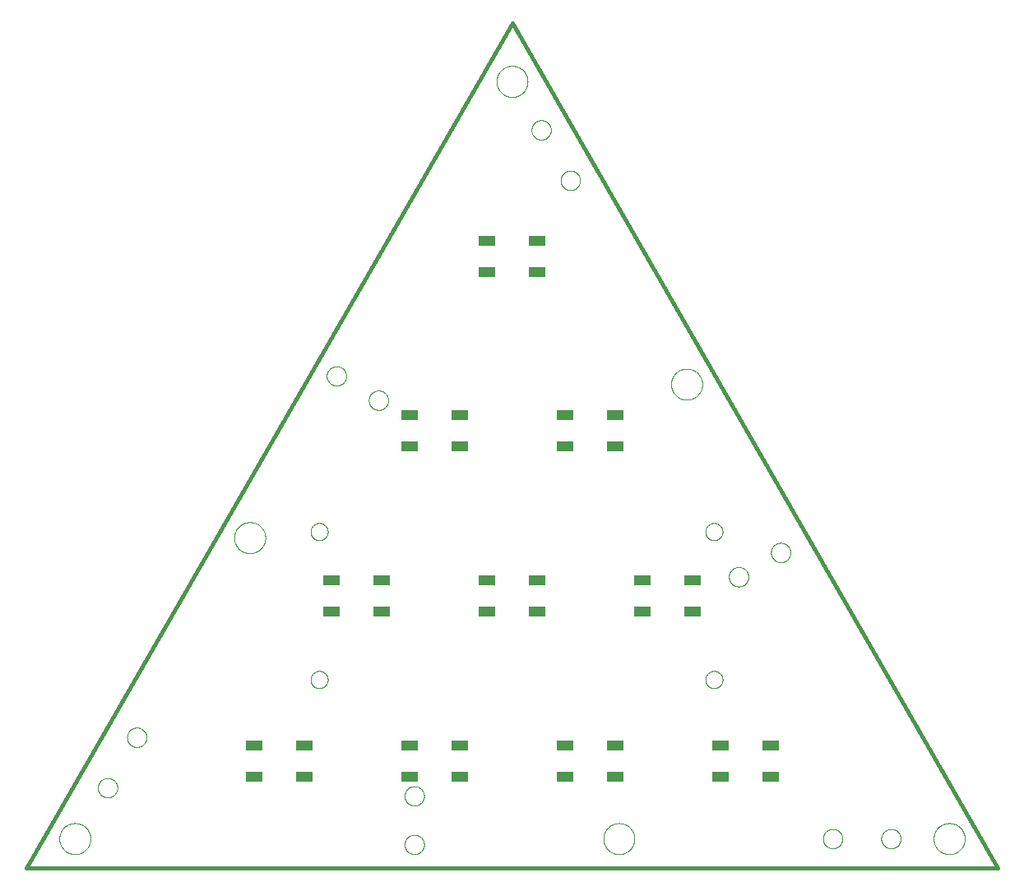
<source format=gtp>
G04 EAGLE Gerber RS-274X export*
G75*
%MOMM*%
%FSLAX34Y34*%
%LPD*%
%INSolder paste top*%
%IPPOS*%
%AMOC8*
5,1,8,0,0,1.08239X$1,22.5*%
G01*
%ADD10C,0.406400*%
%ADD11C,0.000000*%
%ADD12R,1.651000X1.000000*%


D10*
X0Y0D02*
X1000000Y0D01*
X0Y0D02*
X500000Y870000D01*
X1000000Y0D01*
D11*
X820000Y30000D02*
X820003Y30245D01*
X820012Y30491D01*
X820027Y30736D01*
X820048Y30980D01*
X820075Y31224D01*
X820108Y31467D01*
X820147Y31710D01*
X820192Y31951D01*
X820243Y32191D01*
X820300Y32430D01*
X820362Y32667D01*
X820431Y32903D01*
X820505Y33137D01*
X820585Y33369D01*
X820670Y33599D01*
X820761Y33827D01*
X820858Y34052D01*
X820960Y34276D01*
X821068Y34496D01*
X821181Y34714D01*
X821299Y34929D01*
X821423Y35141D01*
X821551Y35350D01*
X821685Y35556D01*
X821824Y35758D01*
X821968Y35957D01*
X822117Y36152D01*
X822270Y36344D01*
X822428Y36532D01*
X822590Y36716D01*
X822758Y36895D01*
X822929Y37071D01*
X823105Y37242D01*
X823284Y37410D01*
X823468Y37572D01*
X823656Y37730D01*
X823848Y37883D01*
X824043Y38032D01*
X824242Y38176D01*
X824444Y38315D01*
X824650Y38449D01*
X824859Y38577D01*
X825071Y38701D01*
X825286Y38819D01*
X825504Y38932D01*
X825724Y39040D01*
X825948Y39142D01*
X826173Y39239D01*
X826401Y39330D01*
X826631Y39415D01*
X826863Y39495D01*
X827097Y39569D01*
X827333Y39638D01*
X827570Y39700D01*
X827809Y39757D01*
X828049Y39808D01*
X828290Y39853D01*
X828533Y39892D01*
X828776Y39925D01*
X829020Y39952D01*
X829264Y39973D01*
X829509Y39988D01*
X829755Y39997D01*
X830000Y40000D01*
X830245Y39997D01*
X830491Y39988D01*
X830736Y39973D01*
X830980Y39952D01*
X831224Y39925D01*
X831467Y39892D01*
X831710Y39853D01*
X831951Y39808D01*
X832191Y39757D01*
X832430Y39700D01*
X832667Y39638D01*
X832903Y39569D01*
X833137Y39495D01*
X833369Y39415D01*
X833599Y39330D01*
X833827Y39239D01*
X834052Y39142D01*
X834276Y39040D01*
X834496Y38932D01*
X834714Y38819D01*
X834929Y38701D01*
X835141Y38577D01*
X835350Y38449D01*
X835556Y38315D01*
X835758Y38176D01*
X835957Y38032D01*
X836152Y37883D01*
X836344Y37730D01*
X836532Y37572D01*
X836716Y37410D01*
X836895Y37242D01*
X837071Y37071D01*
X837242Y36895D01*
X837410Y36716D01*
X837572Y36532D01*
X837730Y36344D01*
X837883Y36152D01*
X838032Y35957D01*
X838176Y35758D01*
X838315Y35556D01*
X838449Y35350D01*
X838577Y35141D01*
X838701Y34929D01*
X838819Y34714D01*
X838932Y34496D01*
X839040Y34276D01*
X839142Y34052D01*
X839239Y33827D01*
X839330Y33599D01*
X839415Y33369D01*
X839495Y33137D01*
X839569Y32903D01*
X839638Y32667D01*
X839700Y32430D01*
X839757Y32191D01*
X839808Y31951D01*
X839853Y31710D01*
X839892Y31467D01*
X839925Y31224D01*
X839952Y30980D01*
X839973Y30736D01*
X839988Y30491D01*
X839997Y30245D01*
X840000Y30000D01*
X839997Y29755D01*
X839988Y29509D01*
X839973Y29264D01*
X839952Y29020D01*
X839925Y28776D01*
X839892Y28533D01*
X839853Y28290D01*
X839808Y28049D01*
X839757Y27809D01*
X839700Y27570D01*
X839638Y27333D01*
X839569Y27097D01*
X839495Y26863D01*
X839415Y26631D01*
X839330Y26401D01*
X839239Y26173D01*
X839142Y25948D01*
X839040Y25724D01*
X838932Y25504D01*
X838819Y25286D01*
X838701Y25071D01*
X838577Y24859D01*
X838449Y24650D01*
X838315Y24444D01*
X838176Y24242D01*
X838032Y24043D01*
X837883Y23848D01*
X837730Y23656D01*
X837572Y23468D01*
X837410Y23284D01*
X837242Y23105D01*
X837071Y22929D01*
X836895Y22758D01*
X836716Y22590D01*
X836532Y22428D01*
X836344Y22270D01*
X836152Y22117D01*
X835957Y21968D01*
X835758Y21824D01*
X835556Y21685D01*
X835350Y21551D01*
X835141Y21423D01*
X834929Y21299D01*
X834714Y21181D01*
X834496Y21068D01*
X834276Y20960D01*
X834052Y20858D01*
X833827Y20761D01*
X833599Y20670D01*
X833369Y20585D01*
X833137Y20505D01*
X832903Y20431D01*
X832667Y20362D01*
X832430Y20300D01*
X832191Y20243D01*
X831951Y20192D01*
X831710Y20147D01*
X831467Y20108D01*
X831224Y20075D01*
X830980Y20048D01*
X830736Y20027D01*
X830491Y20012D01*
X830245Y20003D01*
X830000Y20000D01*
X829755Y20003D01*
X829509Y20012D01*
X829264Y20027D01*
X829020Y20048D01*
X828776Y20075D01*
X828533Y20108D01*
X828290Y20147D01*
X828049Y20192D01*
X827809Y20243D01*
X827570Y20300D01*
X827333Y20362D01*
X827097Y20431D01*
X826863Y20505D01*
X826631Y20585D01*
X826401Y20670D01*
X826173Y20761D01*
X825948Y20858D01*
X825724Y20960D01*
X825504Y21068D01*
X825286Y21181D01*
X825071Y21299D01*
X824859Y21423D01*
X824650Y21551D01*
X824444Y21685D01*
X824242Y21824D01*
X824043Y21968D01*
X823848Y22117D01*
X823656Y22270D01*
X823468Y22428D01*
X823284Y22590D01*
X823105Y22758D01*
X822929Y22929D01*
X822758Y23105D01*
X822590Y23284D01*
X822428Y23468D01*
X822270Y23656D01*
X822117Y23848D01*
X821968Y24043D01*
X821824Y24242D01*
X821685Y24444D01*
X821551Y24650D01*
X821423Y24859D01*
X821299Y25071D01*
X821181Y25286D01*
X821068Y25504D01*
X820960Y25724D01*
X820858Y25948D01*
X820761Y26173D01*
X820670Y26401D01*
X820585Y26631D01*
X820505Y26863D01*
X820431Y27097D01*
X820362Y27333D01*
X820300Y27570D01*
X820243Y27809D01*
X820192Y28049D01*
X820147Y28290D01*
X820108Y28533D01*
X820075Y28776D01*
X820048Y29020D01*
X820027Y29264D01*
X820012Y29509D01*
X820003Y29755D01*
X820000Y30000D01*
X880000Y30000D02*
X880003Y30245D01*
X880012Y30491D01*
X880027Y30736D01*
X880048Y30980D01*
X880075Y31224D01*
X880108Y31467D01*
X880147Y31710D01*
X880192Y31951D01*
X880243Y32191D01*
X880300Y32430D01*
X880362Y32667D01*
X880431Y32903D01*
X880505Y33137D01*
X880585Y33369D01*
X880670Y33599D01*
X880761Y33827D01*
X880858Y34052D01*
X880960Y34276D01*
X881068Y34496D01*
X881181Y34714D01*
X881299Y34929D01*
X881423Y35141D01*
X881551Y35350D01*
X881685Y35556D01*
X881824Y35758D01*
X881968Y35957D01*
X882117Y36152D01*
X882270Y36344D01*
X882428Y36532D01*
X882590Y36716D01*
X882758Y36895D01*
X882929Y37071D01*
X883105Y37242D01*
X883284Y37410D01*
X883468Y37572D01*
X883656Y37730D01*
X883848Y37883D01*
X884043Y38032D01*
X884242Y38176D01*
X884444Y38315D01*
X884650Y38449D01*
X884859Y38577D01*
X885071Y38701D01*
X885286Y38819D01*
X885504Y38932D01*
X885724Y39040D01*
X885948Y39142D01*
X886173Y39239D01*
X886401Y39330D01*
X886631Y39415D01*
X886863Y39495D01*
X887097Y39569D01*
X887333Y39638D01*
X887570Y39700D01*
X887809Y39757D01*
X888049Y39808D01*
X888290Y39853D01*
X888533Y39892D01*
X888776Y39925D01*
X889020Y39952D01*
X889264Y39973D01*
X889509Y39988D01*
X889755Y39997D01*
X890000Y40000D01*
X890245Y39997D01*
X890491Y39988D01*
X890736Y39973D01*
X890980Y39952D01*
X891224Y39925D01*
X891467Y39892D01*
X891710Y39853D01*
X891951Y39808D01*
X892191Y39757D01*
X892430Y39700D01*
X892667Y39638D01*
X892903Y39569D01*
X893137Y39495D01*
X893369Y39415D01*
X893599Y39330D01*
X893827Y39239D01*
X894052Y39142D01*
X894276Y39040D01*
X894496Y38932D01*
X894714Y38819D01*
X894929Y38701D01*
X895141Y38577D01*
X895350Y38449D01*
X895556Y38315D01*
X895758Y38176D01*
X895957Y38032D01*
X896152Y37883D01*
X896344Y37730D01*
X896532Y37572D01*
X896716Y37410D01*
X896895Y37242D01*
X897071Y37071D01*
X897242Y36895D01*
X897410Y36716D01*
X897572Y36532D01*
X897730Y36344D01*
X897883Y36152D01*
X898032Y35957D01*
X898176Y35758D01*
X898315Y35556D01*
X898449Y35350D01*
X898577Y35141D01*
X898701Y34929D01*
X898819Y34714D01*
X898932Y34496D01*
X899040Y34276D01*
X899142Y34052D01*
X899239Y33827D01*
X899330Y33599D01*
X899415Y33369D01*
X899495Y33137D01*
X899569Y32903D01*
X899638Y32667D01*
X899700Y32430D01*
X899757Y32191D01*
X899808Y31951D01*
X899853Y31710D01*
X899892Y31467D01*
X899925Y31224D01*
X899952Y30980D01*
X899973Y30736D01*
X899988Y30491D01*
X899997Y30245D01*
X900000Y30000D01*
X899997Y29755D01*
X899988Y29509D01*
X899973Y29264D01*
X899952Y29020D01*
X899925Y28776D01*
X899892Y28533D01*
X899853Y28290D01*
X899808Y28049D01*
X899757Y27809D01*
X899700Y27570D01*
X899638Y27333D01*
X899569Y27097D01*
X899495Y26863D01*
X899415Y26631D01*
X899330Y26401D01*
X899239Y26173D01*
X899142Y25948D01*
X899040Y25724D01*
X898932Y25504D01*
X898819Y25286D01*
X898701Y25071D01*
X898577Y24859D01*
X898449Y24650D01*
X898315Y24444D01*
X898176Y24242D01*
X898032Y24043D01*
X897883Y23848D01*
X897730Y23656D01*
X897572Y23468D01*
X897410Y23284D01*
X897242Y23105D01*
X897071Y22929D01*
X896895Y22758D01*
X896716Y22590D01*
X896532Y22428D01*
X896344Y22270D01*
X896152Y22117D01*
X895957Y21968D01*
X895758Y21824D01*
X895556Y21685D01*
X895350Y21551D01*
X895141Y21423D01*
X894929Y21299D01*
X894714Y21181D01*
X894496Y21068D01*
X894276Y20960D01*
X894052Y20858D01*
X893827Y20761D01*
X893599Y20670D01*
X893369Y20585D01*
X893137Y20505D01*
X892903Y20431D01*
X892667Y20362D01*
X892430Y20300D01*
X892191Y20243D01*
X891951Y20192D01*
X891710Y20147D01*
X891467Y20108D01*
X891224Y20075D01*
X890980Y20048D01*
X890736Y20027D01*
X890491Y20012D01*
X890245Y20003D01*
X890000Y20000D01*
X889755Y20003D01*
X889509Y20012D01*
X889264Y20027D01*
X889020Y20048D01*
X888776Y20075D01*
X888533Y20108D01*
X888290Y20147D01*
X888049Y20192D01*
X887809Y20243D01*
X887570Y20300D01*
X887333Y20362D01*
X887097Y20431D01*
X886863Y20505D01*
X886631Y20585D01*
X886401Y20670D01*
X886173Y20761D01*
X885948Y20858D01*
X885724Y20960D01*
X885504Y21068D01*
X885286Y21181D01*
X885071Y21299D01*
X884859Y21423D01*
X884650Y21551D01*
X884444Y21685D01*
X884242Y21824D01*
X884043Y21968D01*
X883848Y22117D01*
X883656Y22270D01*
X883468Y22428D01*
X883284Y22590D01*
X883105Y22758D01*
X882929Y22929D01*
X882758Y23105D01*
X882590Y23284D01*
X882428Y23468D01*
X882270Y23656D01*
X882117Y23848D01*
X881968Y24043D01*
X881824Y24242D01*
X881685Y24444D01*
X881551Y24650D01*
X881423Y24859D01*
X881299Y25071D01*
X881181Y25286D01*
X881068Y25504D01*
X880960Y25724D01*
X880858Y25948D01*
X880761Y26173D01*
X880670Y26401D01*
X880585Y26631D01*
X880505Y26863D01*
X880431Y27097D01*
X880362Y27333D01*
X880300Y27570D01*
X880243Y27809D01*
X880192Y28049D01*
X880147Y28290D01*
X880108Y28533D01*
X880075Y28776D01*
X880048Y29020D01*
X880027Y29264D01*
X880012Y29509D01*
X880003Y29755D01*
X880000Y30000D01*
X73660Y82417D02*
X73663Y82662D01*
X73672Y82908D01*
X73687Y83153D01*
X73708Y83397D01*
X73735Y83641D01*
X73768Y83884D01*
X73807Y84127D01*
X73852Y84368D01*
X73903Y84608D01*
X73960Y84847D01*
X74022Y85084D01*
X74091Y85320D01*
X74165Y85554D01*
X74245Y85786D01*
X74330Y86016D01*
X74421Y86244D01*
X74518Y86469D01*
X74620Y86693D01*
X74728Y86913D01*
X74841Y87131D01*
X74959Y87346D01*
X75083Y87558D01*
X75211Y87767D01*
X75345Y87973D01*
X75484Y88175D01*
X75628Y88374D01*
X75777Y88569D01*
X75930Y88761D01*
X76088Y88949D01*
X76250Y89133D01*
X76418Y89312D01*
X76589Y89488D01*
X76765Y89659D01*
X76944Y89827D01*
X77128Y89989D01*
X77316Y90147D01*
X77508Y90300D01*
X77703Y90449D01*
X77902Y90593D01*
X78104Y90732D01*
X78310Y90866D01*
X78519Y90994D01*
X78731Y91118D01*
X78946Y91236D01*
X79164Y91349D01*
X79384Y91457D01*
X79608Y91559D01*
X79833Y91656D01*
X80061Y91747D01*
X80291Y91832D01*
X80523Y91912D01*
X80757Y91986D01*
X80993Y92055D01*
X81230Y92117D01*
X81469Y92174D01*
X81709Y92225D01*
X81950Y92270D01*
X82193Y92309D01*
X82436Y92342D01*
X82680Y92369D01*
X82924Y92390D01*
X83169Y92405D01*
X83415Y92414D01*
X83660Y92417D01*
X83905Y92414D01*
X84151Y92405D01*
X84396Y92390D01*
X84640Y92369D01*
X84884Y92342D01*
X85127Y92309D01*
X85370Y92270D01*
X85611Y92225D01*
X85851Y92174D01*
X86090Y92117D01*
X86327Y92055D01*
X86563Y91986D01*
X86797Y91912D01*
X87029Y91832D01*
X87259Y91747D01*
X87487Y91656D01*
X87712Y91559D01*
X87936Y91457D01*
X88156Y91349D01*
X88374Y91236D01*
X88589Y91118D01*
X88801Y90994D01*
X89010Y90866D01*
X89216Y90732D01*
X89418Y90593D01*
X89617Y90449D01*
X89812Y90300D01*
X90004Y90147D01*
X90192Y89989D01*
X90376Y89827D01*
X90555Y89659D01*
X90731Y89488D01*
X90902Y89312D01*
X91070Y89133D01*
X91232Y88949D01*
X91390Y88761D01*
X91543Y88569D01*
X91692Y88374D01*
X91836Y88175D01*
X91975Y87973D01*
X92109Y87767D01*
X92237Y87558D01*
X92361Y87346D01*
X92479Y87131D01*
X92592Y86913D01*
X92700Y86693D01*
X92802Y86469D01*
X92899Y86244D01*
X92990Y86016D01*
X93075Y85786D01*
X93155Y85554D01*
X93229Y85320D01*
X93298Y85084D01*
X93360Y84847D01*
X93417Y84608D01*
X93468Y84368D01*
X93513Y84127D01*
X93552Y83884D01*
X93585Y83641D01*
X93612Y83397D01*
X93633Y83153D01*
X93648Y82908D01*
X93657Y82662D01*
X93660Y82417D01*
X93657Y82172D01*
X93648Y81926D01*
X93633Y81681D01*
X93612Y81437D01*
X93585Y81193D01*
X93552Y80950D01*
X93513Y80707D01*
X93468Y80466D01*
X93417Y80226D01*
X93360Y79987D01*
X93298Y79750D01*
X93229Y79514D01*
X93155Y79280D01*
X93075Y79048D01*
X92990Y78818D01*
X92899Y78590D01*
X92802Y78365D01*
X92700Y78141D01*
X92592Y77921D01*
X92479Y77703D01*
X92361Y77488D01*
X92237Y77276D01*
X92109Y77067D01*
X91975Y76861D01*
X91836Y76659D01*
X91692Y76460D01*
X91543Y76265D01*
X91390Y76073D01*
X91232Y75885D01*
X91070Y75701D01*
X90902Y75522D01*
X90731Y75346D01*
X90555Y75175D01*
X90376Y75007D01*
X90192Y74845D01*
X90004Y74687D01*
X89812Y74534D01*
X89617Y74385D01*
X89418Y74241D01*
X89216Y74102D01*
X89010Y73968D01*
X88801Y73840D01*
X88589Y73716D01*
X88374Y73598D01*
X88156Y73485D01*
X87936Y73377D01*
X87712Y73275D01*
X87487Y73178D01*
X87259Y73087D01*
X87029Y73002D01*
X86797Y72922D01*
X86563Y72848D01*
X86327Y72779D01*
X86090Y72717D01*
X85851Y72660D01*
X85611Y72609D01*
X85370Y72564D01*
X85127Y72525D01*
X84884Y72492D01*
X84640Y72465D01*
X84396Y72444D01*
X84151Y72429D01*
X83905Y72420D01*
X83660Y72417D01*
X83415Y72420D01*
X83169Y72429D01*
X82924Y72444D01*
X82680Y72465D01*
X82436Y72492D01*
X82193Y72525D01*
X81950Y72564D01*
X81709Y72609D01*
X81469Y72660D01*
X81230Y72717D01*
X80993Y72779D01*
X80757Y72848D01*
X80523Y72922D01*
X80291Y73002D01*
X80061Y73087D01*
X79833Y73178D01*
X79608Y73275D01*
X79384Y73377D01*
X79164Y73485D01*
X78946Y73598D01*
X78731Y73716D01*
X78519Y73840D01*
X78310Y73968D01*
X78104Y74102D01*
X77902Y74241D01*
X77703Y74385D01*
X77508Y74534D01*
X77316Y74687D01*
X77128Y74845D01*
X76944Y75007D01*
X76765Y75175D01*
X76589Y75346D01*
X76418Y75522D01*
X76250Y75701D01*
X76088Y75885D01*
X75930Y76073D01*
X75777Y76265D01*
X75628Y76460D01*
X75484Y76659D01*
X75345Y76861D01*
X75211Y77067D01*
X75083Y77276D01*
X74959Y77488D01*
X74841Y77703D01*
X74728Y77921D01*
X74620Y78141D01*
X74518Y78365D01*
X74421Y78590D01*
X74330Y78818D01*
X74245Y79048D01*
X74165Y79280D01*
X74091Y79514D01*
X74022Y79750D01*
X73960Y79987D01*
X73903Y80226D01*
X73852Y80466D01*
X73807Y80707D01*
X73768Y80950D01*
X73735Y81193D01*
X73708Y81437D01*
X73687Y81681D01*
X73672Y81926D01*
X73663Y82172D01*
X73660Y82417D01*
X103660Y134378D02*
X103663Y134623D01*
X103672Y134869D01*
X103687Y135114D01*
X103708Y135358D01*
X103735Y135602D01*
X103768Y135845D01*
X103807Y136088D01*
X103852Y136329D01*
X103903Y136569D01*
X103960Y136808D01*
X104022Y137045D01*
X104091Y137281D01*
X104165Y137515D01*
X104245Y137747D01*
X104330Y137977D01*
X104421Y138205D01*
X104518Y138430D01*
X104620Y138654D01*
X104728Y138874D01*
X104841Y139092D01*
X104959Y139307D01*
X105083Y139519D01*
X105211Y139728D01*
X105345Y139934D01*
X105484Y140136D01*
X105628Y140335D01*
X105777Y140530D01*
X105930Y140722D01*
X106088Y140910D01*
X106250Y141094D01*
X106418Y141273D01*
X106589Y141449D01*
X106765Y141620D01*
X106944Y141788D01*
X107128Y141950D01*
X107316Y142108D01*
X107508Y142261D01*
X107703Y142410D01*
X107902Y142554D01*
X108104Y142693D01*
X108310Y142827D01*
X108519Y142955D01*
X108731Y143079D01*
X108946Y143197D01*
X109164Y143310D01*
X109384Y143418D01*
X109608Y143520D01*
X109833Y143617D01*
X110061Y143708D01*
X110291Y143793D01*
X110523Y143873D01*
X110757Y143947D01*
X110993Y144016D01*
X111230Y144078D01*
X111469Y144135D01*
X111709Y144186D01*
X111950Y144231D01*
X112193Y144270D01*
X112436Y144303D01*
X112680Y144330D01*
X112924Y144351D01*
X113169Y144366D01*
X113415Y144375D01*
X113660Y144378D01*
X113905Y144375D01*
X114151Y144366D01*
X114396Y144351D01*
X114640Y144330D01*
X114884Y144303D01*
X115127Y144270D01*
X115370Y144231D01*
X115611Y144186D01*
X115851Y144135D01*
X116090Y144078D01*
X116327Y144016D01*
X116563Y143947D01*
X116797Y143873D01*
X117029Y143793D01*
X117259Y143708D01*
X117487Y143617D01*
X117712Y143520D01*
X117936Y143418D01*
X118156Y143310D01*
X118374Y143197D01*
X118589Y143079D01*
X118801Y142955D01*
X119010Y142827D01*
X119216Y142693D01*
X119418Y142554D01*
X119617Y142410D01*
X119812Y142261D01*
X120004Y142108D01*
X120192Y141950D01*
X120376Y141788D01*
X120555Y141620D01*
X120731Y141449D01*
X120902Y141273D01*
X121070Y141094D01*
X121232Y140910D01*
X121390Y140722D01*
X121543Y140530D01*
X121692Y140335D01*
X121836Y140136D01*
X121975Y139934D01*
X122109Y139728D01*
X122237Y139519D01*
X122361Y139307D01*
X122479Y139092D01*
X122592Y138874D01*
X122700Y138654D01*
X122802Y138430D01*
X122899Y138205D01*
X122990Y137977D01*
X123075Y137747D01*
X123155Y137515D01*
X123229Y137281D01*
X123298Y137045D01*
X123360Y136808D01*
X123417Y136569D01*
X123468Y136329D01*
X123513Y136088D01*
X123552Y135845D01*
X123585Y135602D01*
X123612Y135358D01*
X123633Y135114D01*
X123648Y134869D01*
X123657Y134623D01*
X123660Y134378D01*
X123657Y134133D01*
X123648Y133887D01*
X123633Y133642D01*
X123612Y133398D01*
X123585Y133154D01*
X123552Y132911D01*
X123513Y132668D01*
X123468Y132427D01*
X123417Y132187D01*
X123360Y131948D01*
X123298Y131711D01*
X123229Y131475D01*
X123155Y131241D01*
X123075Y131009D01*
X122990Y130779D01*
X122899Y130551D01*
X122802Y130326D01*
X122700Y130102D01*
X122592Y129882D01*
X122479Y129664D01*
X122361Y129449D01*
X122237Y129237D01*
X122109Y129028D01*
X121975Y128822D01*
X121836Y128620D01*
X121692Y128421D01*
X121543Y128226D01*
X121390Y128034D01*
X121232Y127846D01*
X121070Y127662D01*
X120902Y127483D01*
X120731Y127307D01*
X120555Y127136D01*
X120376Y126968D01*
X120192Y126806D01*
X120004Y126648D01*
X119812Y126495D01*
X119617Y126346D01*
X119418Y126202D01*
X119216Y126063D01*
X119010Y125929D01*
X118801Y125801D01*
X118589Y125677D01*
X118374Y125559D01*
X118156Y125446D01*
X117936Y125338D01*
X117712Y125236D01*
X117487Y125139D01*
X117259Y125048D01*
X117029Y124963D01*
X116797Y124883D01*
X116563Y124809D01*
X116327Y124740D01*
X116090Y124678D01*
X115851Y124621D01*
X115611Y124570D01*
X115370Y124525D01*
X115127Y124486D01*
X114884Y124453D01*
X114640Y124426D01*
X114396Y124405D01*
X114151Y124390D01*
X113905Y124381D01*
X113660Y124378D01*
X113415Y124381D01*
X113169Y124390D01*
X112924Y124405D01*
X112680Y124426D01*
X112436Y124453D01*
X112193Y124486D01*
X111950Y124525D01*
X111709Y124570D01*
X111469Y124621D01*
X111230Y124678D01*
X110993Y124740D01*
X110757Y124809D01*
X110523Y124883D01*
X110291Y124963D01*
X110061Y125048D01*
X109833Y125139D01*
X109608Y125236D01*
X109384Y125338D01*
X109164Y125446D01*
X108946Y125559D01*
X108731Y125677D01*
X108519Y125801D01*
X108310Y125929D01*
X108104Y126063D01*
X107902Y126202D01*
X107703Y126346D01*
X107508Y126495D01*
X107316Y126648D01*
X107128Y126806D01*
X106944Y126968D01*
X106765Y127136D01*
X106589Y127307D01*
X106418Y127483D01*
X106250Y127662D01*
X106088Y127846D01*
X105930Y128034D01*
X105777Y128226D01*
X105628Y128421D01*
X105484Y128620D01*
X105345Y128822D01*
X105211Y129028D01*
X105083Y129237D01*
X104959Y129449D01*
X104841Y129664D01*
X104728Y129882D01*
X104620Y130102D01*
X104518Y130326D01*
X104421Y130551D01*
X104330Y130779D01*
X104245Y131009D01*
X104165Y131241D01*
X104091Y131475D01*
X104022Y131711D01*
X103960Y131948D01*
X103903Y132187D01*
X103852Y132427D01*
X103807Y132668D01*
X103768Y132911D01*
X103735Y133154D01*
X103708Y133398D01*
X103687Y133642D01*
X103672Y133887D01*
X103663Y134133D01*
X103660Y134378D01*
X520000Y760000D02*
X520003Y760245D01*
X520012Y760491D01*
X520027Y760736D01*
X520048Y760980D01*
X520075Y761224D01*
X520108Y761467D01*
X520147Y761710D01*
X520192Y761951D01*
X520243Y762191D01*
X520300Y762430D01*
X520362Y762667D01*
X520431Y762903D01*
X520505Y763137D01*
X520585Y763369D01*
X520670Y763599D01*
X520761Y763827D01*
X520858Y764052D01*
X520960Y764276D01*
X521068Y764496D01*
X521181Y764714D01*
X521299Y764929D01*
X521423Y765141D01*
X521551Y765350D01*
X521685Y765556D01*
X521824Y765758D01*
X521968Y765957D01*
X522117Y766152D01*
X522270Y766344D01*
X522428Y766532D01*
X522590Y766716D01*
X522758Y766895D01*
X522929Y767071D01*
X523105Y767242D01*
X523284Y767410D01*
X523468Y767572D01*
X523656Y767730D01*
X523848Y767883D01*
X524043Y768032D01*
X524242Y768176D01*
X524444Y768315D01*
X524650Y768449D01*
X524859Y768577D01*
X525071Y768701D01*
X525286Y768819D01*
X525504Y768932D01*
X525724Y769040D01*
X525948Y769142D01*
X526173Y769239D01*
X526401Y769330D01*
X526631Y769415D01*
X526863Y769495D01*
X527097Y769569D01*
X527333Y769638D01*
X527570Y769700D01*
X527809Y769757D01*
X528049Y769808D01*
X528290Y769853D01*
X528533Y769892D01*
X528776Y769925D01*
X529020Y769952D01*
X529264Y769973D01*
X529509Y769988D01*
X529755Y769997D01*
X530000Y770000D01*
X530245Y769997D01*
X530491Y769988D01*
X530736Y769973D01*
X530980Y769952D01*
X531224Y769925D01*
X531467Y769892D01*
X531710Y769853D01*
X531951Y769808D01*
X532191Y769757D01*
X532430Y769700D01*
X532667Y769638D01*
X532903Y769569D01*
X533137Y769495D01*
X533369Y769415D01*
X533599Y769330D01*
X533827Y769239D01*
X534052Y769142D01*
X534276Y769040D01*
X534496Y768932D01*
X534714Y768819D01*
X534929Y768701D01*
X535141Y768577D01*
X535350Y768449D01*
X535556Y768315D01*
X535758Y768176D01*
X535957Y768032D01*
X536152Y767883D01*
X536344Y767730D01*
X536532Y767572D01*
X536716Y767410D01*
X536895Y767242D01*
X537071Y767071D01*
X537242Y766895D01*
X537410Y766716D01*
X537572Y766532D01*
X537730Y766344D01*
X537883Y766152D01*
X538032Y765957D01*
X538176Y765758D01*
X538315Y765556D01*
X538449Y765350D01*
X538577Y765141D01*
X538701Y764929D01*
X538819Y764714D01*
X538932Y764496D01*
X539040Y764276D01*
X539142Y764052D01*
X539239Y763827D01*
X539330Y763599D01*
X539415Y763369D01*
X539495Y763137D01*
X539569Y762903D01*
X539638Y762667D01*
X539700Y762430D01*
X539757Y762191D01*
X539808Y761951D01*
X539853Y761710D01*
X539892Y761467D01*
X539925Y761224D01*
X539952Y760980D01*
X539973Y760736D01*
X539988Y760491D01*
X539997Y760245D01*
X540000Y760000D01*
X539997Y759755D01*
X539988Y759509D01*
X539973Y759264D01*
X539952Y759020D01*
X539925Y758776D01*
X539892Y758533D01*
X539853Y758290D01*
X539808Y758049D01*
X539757Y757809D01*
X539700Y757570D01*
X539638Y757333D01*
X539569Y757097D01*
X539495Y756863D01*
X539415Y756631D01*
X539330Y756401D01*
X539239Y756173D01*
X539142Y755948D01*
X539040Y755724D01*
X538932Y755504D01*
X538819Y755286D01*
X538701Y755071D01*
X538577Y754859D01*
X538449Y754650D01*
X538315Y754444D01*
X538176Y754242D01*
X538032Y754043D01*
X537883Y753848D01*
X537730Y753656D01*
X537572Y753468D01*
X537410Y753284D01*
X537242Y753105D01*
X537071Y752929D01*
X536895Y752758D01*
X536716Y752590D01*
X536532Y752428D01*
X536344Y752270D01*
X536152Y752117D01*
X535957Y751968D01*
X535758Y751824D01*
X535556Y751685D01*
X535350Y751551D01*
X535141Y751423D01*
X534929Y751299D01*
X534714Y751181D01*
X534496Y751068D01*
X534276Y750960D01*
X534052Y750858D01*
X533827Y750761D01*
X533599Y750670D01*
X533369Y750585D01*
X533137Y750505D01*
X532903Y750431D01*
X532667Y750362D01*
X532430Y750300D01*
X532191Y750243D01*
X531951Y750192D01*
X531710Y750147D01*
X531467Y750108D01*
X531224Y750075D01*
X530980Y750048D01*
X530736Y750027D01*
X530491Y750012D01*
X530245Y750003D01*
X530000Y750000D01*
X529755Y750003D01*
X529509Y750012D01*
X529264Y750027D01*
X529020Y750048D01*
X528776Y750075D01*
X528533Y750108D01*
X528290Y750147D01*
X528049Y750192D01*
X527809Y750243D01*
X527570Y750300D01*
X527333Y750362D01*
X527097Y750431D01*
X526863Y750505D01*
X526631Y750585D01*
X526401Y750670D01*
X526173Y750761D01*
X525948Y750858D01*
X525724Y750960D01*
X525504Y751068D01*
X525286Y751181D01*
X525071Y751299D01*
X524859Y751423D01*
X524650Y751551D01*
X524444Y751685D01*
X524242Y751824D01*
X524043Y751968D01*
X523848Y752117D01*
X523656Y752270D01*
X523468Y752428D01*
X523284Y752590D01*
X523105Y752758D01*
X522929Y752929D01*
X522758Y753105D01*
X522590Y753284D01*
X522428Y753468D01*
X522270Y753656D01*
X522117Y753848D01*
X521968Y754043D01*
X521824Y754242D01*
X521685Y754444D01*
X521551Y754650D01*
X521423Y754859D01*
X521299Y755071D01*
X521181Y755286D01*
X521068Y755504D01*
X520960Y755724D01*
X520858Y755948D01*
X520761Y756173D01*
X520670Y756401D01*
X520585Y756631D01*
X520505Y756863D01*
X520431Y757097D01*
X520362Y757333D01*
X520300Y757570D01*
X520243Y757809D01*
X520192Y758049D01*
X520147Y758290D01*
X520108Y758533D01*
X520075Y758776D01*
X520048Y759020D01*
X520027Y759264D01*
X520012Y759509D01*
X520003Y759755D01*
X520000Y760000D01*
X550000Y708038D02*
X550003Y708283D01*
X550012Y708529D01*
X550027Y708774D01*
X550048Y709018D01*
X550075Y709262D01*
X550108Y709505D01*
X550147Y709748D01*
X550192Y709989D01*
X550243Y710229D01*
X550300Y710468D01*
X550362Y710705D01*
X550431Y710941D01*
X550505Y711175D01*
X550585Y711407D01*
X550670Y711637D01*
X550761Y711865D01*
X550858Y712090D01*
X550960Y712314D01*
X551068Y712534D01*
X551181Y712752D01*
X551299Y712967D01*
X551423Y713179D01*
X551551Y713388D01*
X551685Y713594D01*
X551824Y713796D01*
X551968Y713995D01*
X552117Y714190D01*
X552270Y714382D01*
X552428Y714570D01*
X552590Y714754D01*
X552758Y714933D01*
X552929Y715109D01*
X553105Y715280D01*
X553284Y715448D01*
X553468Y715610D01*
X553656Y715768D01*
X553848Y715921D01*
X554043Y716070D01*
X554242Y716214D01*
X554444Y716353D01*
X554650Y716487D01*
X554859Y716615D01*
X555071Y716739D01*
X555286Y716857D01*
X555504Y716970D01*
X555724Y717078D01*
X555948Y717180D01*
X556173Y717277D01*
X556401Y717368D01*
X556631Y717453D01*
X556863Y717533D01*
X557097Y717607D01*
X557333Y717676D01*
X557570Y717738D01*
X557809Y717795D01*
X558049Y717846D01*
X558290Y717891D01*
X558533Y717930D01*
X558776Y717963D01*
X559020Y717990D01*
X559264Y718011D01*
X559509Y718026D01*
X559755Y718035D01*
X560000Y718038D01*
X560245Y718035D01*
X560491Y718026D01*
X560736Y718011D01*
X560980Y717990D01*
X561224Y717963D01*
X561467Y717930D01*
X561710Y717891D01*
X561951Y717846D01*
X562191Y717795D01*
X562430Y717738D01*
X562667Y717676D01*
X562903Y717607D01*
X563137Y717533D01*
X563369Y717453D01*
X563599Y717368D01*
X563827Y717277D01*
X564052Y717180D01*
X564276Y717078D01*
X564496Y716970D01*
X564714Y716857D01*
X564929Y716739D01*
X565141Y716615D01*
X565350Y716487D01*
X565556Y716353D01*
X565758Y716214D01*
X565957Y716070D01*
X566152Y715921D01*
X566344Y715768D01*
X566532Y715610D01*
X566716Y715448D01*
X566895Y715280D01*
X567071Y715109D01*
X567242Y714933D01*
X567410Y714754D01*
X567572Y714570D01*
X567730Y714382D01*
X567883Y714190D01*
X568032Y713995D01*
X568176Y713796D01*
X568315Y713594D01*
X568449Y713388D01*
X568577Y713179D01*
X568701Y712967D01*
X568819Y712752D01*
X568932Y712534D01*
X569040Y712314D01*
X569142Y712090D01*
X569239Y711865D01*
X569330Y711637D01*
X569415Y711407D01*
X569495Y711175D01*
X569569Y710941D01*
X569638Y710705D01*
X569700Y710468D01*
X569757Y710229D01*
X569808Y709989D01*
X569853Y709748D01*
X569892Y709505D01*
X569925Y709262D01*
X569952Y709018D01*
X569973Y708774D01*
X569988Y708529D01*
X569997Y708283D01*
X570000Y708038D01*
X569997Y707793D01*
X569988Y707547D01*
X569973Y707302D01*
X569952Y707058D01*
X569925Y706814D01*
X569892Y706571D01*
X569853Y706328D01*
X569808Y706087D01*
X569757Y705847D01*
X569700Y705608D01*
X569638Y705371D01*
X569569Y705135D01*
X569495Y704901D01*
X569415Y704669D01*
X569330Y704439D01*
X569239Y704211D01*
X569142Y703986D01*
X569040Y703762D01*
X568932Y703542D01*
X568819Y703324D01*
X568701Y703109D01*
X568577Y702897D01*
X568449Y702688D01*
X568315Y702482D01*
X568176Y702280D01*
X568032Y702081D01*
X567883Y701886D01*
X567730Y701694D01*
X567572Y701506D01*
X567410Y701322D01*
X567242Y701143D01*
X567071Y700967D01*
X566895Y700796D01*
X566716Y700628D01*
X566532Y700466D01*
X566344Y700308D01*
X566152Y700155D01*
X565957Y700006D01*
X565758Y699862D01*
X565556Y699723D01*
X565350Y699589D01*
X565141Y699461D01*
X564929Y699337D01*
X564714Y699219D01*
X564496Y699106D01*
X564276Y698998D01*
X564052Y698896D01*
X563827Y698799D01*
X563599Y698708D01*
X563369Y698623D01*
X563137Y698543D01*
X562903Y698469D01*
X562667Y698400D01*
X562430Y698338D01*
X562191Y698281D01*
X561951Y698230D01*
X561710Y698185D01*
X561467Y698146D01*
X561224Y698113D01*
X560980Y698086D01*
X560736Y698065D01*
X560491Y698050D01*
X560245Y698041D01*
X560000Y698038D01*
X559755Y698041D01*
X559509Y698050D01*
X559264Y698065D01*
X559020Y698086D01*
X558776Y698113D01*
X558533Y698146D01*
X558290Y698185D01*
X558049Y698230D01*
X557809Y698281D01*
X557570Y698338D01*
X557333Y698400D01*
X557097Y698469D01*
X556863Y698543D01*
X556631Y698623D01*
X556401Y698708D01*
X556173Y698799D01*
X555948Y698896D01*
X555724Y698998D01*
X555504Y699106D01*
X555286Y699219D01*
X555071Y699337D01*
X554859Y699461D01*
X554650Y699589D01*
X554444Y699723D01*
X554242Y699862D01*
X554043Y700006D01*
X553848Y700155D01*
X553656Y700308D01*
X553468Y700466D01*
X553284Y700628D01*
X553105Y700796D01*
X552929Y700967D01*
X552758Y701143D01*
X552590Y701322D01*
X552428Y701506D01*
X552270Y701694D01*
X552117Y701886D01*
X551968Y702081D01*
X551824Y702280D01*
X551685Y702482D01*
X551551Y702688D01*
X551423Y702897D01*
X551299Y703109D01*
X551181Y703324D01*
X551068Y703542D01*
X550960Y703762D01*
X550858Y703986D01*
X550761Y704211D01*
X550670Y704439D01*
X550585Y704669D01*
X550505Y704901D01*
X550431Y705135D01*
X550362Y705371D01*
X550300Y705608D01*
X550243Y705847D01*
X550192Y706087D01*
X550147Y706328D01*
X550108Y706571D01*
X550075Y706814D01*
X550048Y707058D01*
X550027Y707302D01*
X550012Y707547D01*
X550003Y707793D01*
X550000Y708038D01*
X389378Y24019D02*
X389381Y24264D01*
X389390Y24510D01*
X389405Y24755D01*
X389426Y24999D01*
X389453Y25243D01*
X389486Y25486D01*
X389525Y25729D01*
X389570Y25970D01*
X389621Y26210D01*
X389678Y26449D01*
X389740Y26686D01*
X389809Y26922D01*
X389883Y27156D01*
X389963Y27388D01*
X390048Y27618D01*
X390139Y27846D01*
X390236Y28071D01*
X390338Y28295D01*
X390446Y28515D01*
X390559Y28733D01*
X390677Y28948D01*
X390801Y29160D01*
X390929Y29369D01*
X391063Y29575D01*
X391202Y29777D01*
X391346Y29976D01*
X391495Y30171D01*
X391648Y30363D01*
X391806Y30551D01*
X391968Y30735D01*
X392136Y30914D01*
X392307Y31090D01*
X392483Y31261D01*
X392662Y31429D01*
X392846Y31591D01*
X393034Y31749D01*
X393226Y31902D01*
X393421Y32051D01*
X393620Y32195D01*
X393822Y32334D01*
X394028Y32468D01*
X394237Y32596D01*
X394449Y32720D01*
X394664Y32838D01*
X394882Y32951D01*
X395102Y33059D01*
X395326Y33161D01*
X395551Y33258D01*
X395779Y33349D01*
X396009Y33434D01*
X396241Y33514D01*
X396475Y33588D01*
X396711Y33657D01*
X396948Y33719D01*
X397187Y33776D01*
X397427Y33827D01*
X397668Y33872D01*
X397911Y33911D01*
X398154Y33944D01*
X398398Y33971D01*
X398642Y33992D01*
X398887Y34007D01*
X399133Y34016D01*
X399378Y34019D01*
X399623Y34016D01*
X399869Y34007D01*
X400114Y33992D01*
X400358Y33971D01*
X400602Y33944D01*
X400845Y33911D01*
X401088Y33872D01*
X401329Y33827D01*
X401569Y33776D01*
X401808Y33719D01*
X402045Y33657D01*
X402281Y33588D01*
X402515Y33514D01*
X402747Y33434D01*
X402977Y33349D01*
X403205Y33258D01*
X403430Y33161D01*
X403654Y33059D01*
X403874Y32951D01*
X404092Y32838D01*
X404307Y32720D01*
X404519Y32596D01*
X404728Y32468D01*
X404934Y32334D01*
X405136Y32195D01*
X405335Y32051D01*
X405530Y31902D01*
X405722Y31749D01*
X405910Y31591D01*
X406094Y31429D01*
X406273Y31261D01*
X406449Y31090D01*
X406620Y30914D01*
X406788Y30735D01*
X406950Y30551D01*
X407108Y30363D01*
X407261Y30171D01*
X407410Y29976D01*
X407554Y29777D01*
X407693Y29575D01*
X407827Y29369D01*
X407955Y29160D01*
X408079Y28948D01*
X408197Y28733D01*
X408310Y28515D01*
X408418Y28295D01*
X408520Y28071D01*
X408617Y27846D01*
X408708Y27618D01*
X408793Y27388D01*
X408873Y27156D01*
X408947Y26922D01*
X409016Y26686D01*
X409078Y26449D01*
X409135Y26210D01*
X409186Y25970D01*
X409231Y25729D01*
X409270Y25486D01*
X409303Y25243D01*
X409330Y24999D01*
X409351Y24755D01*
X409366Y24510D01*
X409375Y24264D01*
X409378Y24019D01*
X409375Y23774D01*
X409366Y23528D01*
X409351Y23283D01*
X409330Y23039D01*
X409303Y22795D01*
X409270Y22552D01*
X409231Y22309D01*
X409186Y22068D01*
X409135Y21828D01*
X409078Y21589D01*
X409016Y21352D01*
X408947Y21116D01*
X408873Y20882D01*
X408793Y20650D01*
X408708Y20420D01*
X408617Y20192D01*
X408520Y19967D01*
X408418Y19743D01*
X408310Y19523D01*
X408197Y19305D01*
X408079Y19090D01*
X407955Y18878D01*
X407827Y18669D01*
X407693Y18463D01*
X407554Y18261D01*
X407410Y18062D01*
X407261Y17867D01*
X407108Y17675D01*
X406950Y17487D01*
X406788Y17303D01*
X406620Y17124D01*
X406449Y16948D01*
X406273Y16777D01*
X406094Y16609D01*
X405910Y16447D01*
X405722Y16289D01*
X405530Y16136D01*
X405335Y15987D01*
X405136Y15843D01*
X404934Y15704D01*
X404728Y15570D01*
X404519Y15442D01*
X404307Y15318D01*
X404092Y15200D01*
X403874Y15087D01*
X403654Y14979D01*
X403430Y14877D01*
X403205Y14780D01*
X402977Y14689D01*
X402747Y14604D01*
X402515Y14524D01*
X402281Y14450D01*
X402045Y14381D01*
X401808Y14319D01*
X401569Y14262D01*
X401329Y14211D01*
X401088Y14166D01*
X400845Y14127D01*
X400602Y14094D01*
X400358Y14067D01*
X400114Y14046D01*
X399869Y14031D01*
X399623Y14022D01*
X399378Y14019D01*
X399133Y14022D01*
X398887Y14031D01*
X398642Y14046D01*
X398398Y14067D01*
X398154Y14094D01*
X397911Y14127D01*
X397668Y14166D01*
X397427Y14211D01*
X397187Y14262D01*
X396948Y14319D01*
X396711Y14381D01*
X396475Y14450D01*
X396241Y14524D01*
X396009Y14604D01*
X395779Y14689D01*
X395551Y14780D01*
X395326Y14877D01*
X395102Y14979D01*
X394882Y15087D01*
X394664Y15200D01*
X394449Y15318D01*
X394237Y15442D01*
X394028Y15570D01*
X393822Y15704D01*
X393620Y15843D01*
X393421Y15987D01*
X393226Y16136D01*
X393034Y16289D01*
X392846Y16447D01*
X392662Y16609D01*
X392483Y16777D01*
X392307Y16948D01*
X392136Y17124D01*
X391968Y17303D01*
X391806Y17487D01*
X391648Y17675D01*
X391495Y17867D01*
X391346Y18062D01*
X391202Y18261D01*
X391063Y18463D01*
X390929Y18669D01*
X390801Y18878D01*
X390677Y19090D01*
X390559Y19305D01*
X390446Y19523D01*
X390338Y19743D01*
X390236Y19967D01*
X390139Y20192D01*
X390048Y20420D01*
X389963Y20650D01*
X389883Y20882D01*
X389809Y21116D01*
X389740Y21352D01*
X389678Y21589D01*
X389621Y21828D01*
X389570Y22068D01*
X389525Y22309D01*
X389486Y22552D01*
X389453Y22795D01*
X389426Y23039D01*
X389405Y23283D01*
X389390Y23528D01*
X389381Y23774D01*
X389378Y24019D01*
X389378Y74019D02*
X389381Y74264D01*
X389390Y74510D01*
X389405Y74755D01*
X389426Y74999D01*
X389453Y75243D01*
X389486Y75486D01*
X389525Y75729D01*
X389570Y75970D01*
X389621Y76210D01*
X389678Y76449D01*
X389740Y76686D01*
X389809Y76922D01*
X389883Y77156D01*
X389963Y77388D01*
X390048Y77618D01*
X390139Y77846D01*
X390236Y78071D01*
X390338Y78295D01*
X390446Y78515D01*
X390559Y78733D01*
X390677Y78948D01*
X390801Y79160D01*
X390929Y79369D01*
X391063Y79575D01*
X391202Y79777D01*
X391346Y79976D01*
X391495Y80171D01*
X391648Y80363D01*
X391806Y80551D01*
X391968Y80735D01*
X392136Y80914D01*
X392307Y81090D01*
X392483Y81261D01*
X392662Y81429D01*
X392846Y81591D01*
X393034Y81749D01*
X393226Y81902D01*
X393421Y82051D01*
X393620Y82195D01*
X393822Y82334D01*
X394028Y82468D01*
X394237Y82596D01*
X394449Y82720D01*
X394664Y82838D01*
X394882Y82951D01*
X395102Y83059D01*
X395326Y83161D01*
X395551Y83258D01*
X395779Y83349D01*
X396009Y83434D01*
X396241Y83514D01*
X396475Y83588D01*
X396711Y83657D01*
X396948Y83719D01*
X397187Y83776D01*
X397427Y83827D01*
X397668Y83872D01*
X397911Y83911D01*
X398154Y83944D01*
X398398Y83971D01*
X398642Y83992D01*
X398887Y84007D01*
X399133Y84016D01*
X399378Y84019D01*
X399623Y84016D01*
X399869Y84007D01*
X400114Y83992D01*
X400358Y83971D01*
X400602Y83944D01*
X400845Y83911D01*
X401088Y83872D01*
X401329Y83827D01*
X401569Y83776D01*
X401808Y83719D01*
X402045Y83657D01*
X402281Y83588D01*
X402515Y83514D01*
X402747Y83434D01*
X402977Y83349D01*
X403205Y83258D01*
X403430Y83161D01*
X403654Y83059D01*
X403874Y82951D01*
X404092Y82838D01*
X404307Y82720D01*
X404519Y82596D01*
X404728Y82468D01*
X404934Y82334D01*
X405136Y82195D01*
X405335Y82051D01*
X405530Y81902D01*
X405722Y81749D01*
X405910Y81591D01*
X406094Y81429D01*
X406273Y81261D01*
X406449Y81090D01*
X406620Y80914D01*
X406788Y80735D01*
X406950Y80551D01*
X407108Y80363D01*
X407261Y80171D01*
X407410Y79976D01*
X407554Y79777D01*
X407693Y79575D01*
X407827Y79369D01*
X407955Y79160D01*
X408079Y78948D01*
X408197Y78733D01*
X408310Y78515D01*
X408418Y78295D01*
X408520Y78071D01*
X408617Y77846D01*
X408708Y77618D01*
X408793Y77388D01*
X408873Y77156D01*
X408947Y76922D01*
X409016Y76686D01*
X409078Y76449D01*
X409135Y76210D01*
X409186Y75970D01*
X409231Y75729D01*
X409270Y75486D01*
X409303Y75243D01*
X409330Y74999D01*
X409351Y74755D01*
X409366Y74510D01*
X409375Y74264D01*
X409378Y74019D01*
X409375Y73774D01*
X409366Y73528D01*
X409351Y73283D01*
X409330Y73039D01*
X409303Y72795D01*
X409270Y72552D01*
X409231Y72309D01*
X409186Y72068D01*
X409135Y71828D01*
X409078Y71589D01*
X409016Y71352D01*
X408947Y71116D01*
X408873Y70882D01*
X408793Y70650D01*
X408708Y70420D01*
X408617Y70192D01*
X408520Y69967D01*
X408418Y69743D01*
X408310Y69523D01*
X408197Y69305D01*
X408079Y69090D01*
X407955Y68878D01*
X407827Y68669D01*
X407693Y68463D01*
X407554Y68261D01*
X407410Y68062D01*
X407261Y67867D01*
X407108Y67675D01*
X406950Y67487D01*
X406788Y67303D01*
X406620Y67124D01*
X406449Y66948D01*
X406273Y66777D01*
X406094Y66609D01*
X405910Y66447D01*
X405722Y66289D01*
X405530Y66136D01*
X405335Y65987D01*
X405136Y65843D01*
X404934Y65704D01*
X404728Y65570D01*
X404519Y65442D01*
X404307Y65318D01*
X404092Y65200D01*
X403874Y65087D01*
X403654Y64979D01*
X403430Y64877D01*
X403205Y64780D01*
X402977Y64689D01*
X402747Y64604D01*
X402515Y64524D01*
X402281Y64450D01*
X402045Y64381D01*
X401808Y64319D01*
X401569Y64262D01*
X401329Y64211D01*
X401088Y64166D01*
X400845Y64127D01*
X400602Y64094D01*
X400358Y64067D01*
X400114Y64046D01*
X399869Y64031D01*
X399623Y64022D01*
X399378Y64019D01*
X399133Y64022D01*
X398887Y64031D01*
X398642Y64046D01*
X398398Y64067D01*
X398154Y64094D01*
X397911Y64127D01*
X397668Y64166D01*
X397427Y64211D01*
X397187Y64262D01*
X396948Y64319D01*
X396711Y64381D01*
X396475Y64450D01*
X396241Y64524D01*
X396009Y64604D01*
X395779Y64689D01*
X395551Y64780D01*
X395326Y64877D01*
X395102Y64979D01*
X394882Y65087D01*
X394664Y65200D01*
X394449Y65318D01*
X394237Y65442D01*
X394028Y65570D01*
X393822Y65704D01*
X393620Y65843D01*
X393421Y65987D01*
X393226Y66136D01*
X393034Y66289D01*
X392846Y66447D01*
X392662Y66609D01*
X392483Y66777D01*
X392307Y66948D01*
X392136Y67124D01*
X391968Y67303D01*
X391806Y67487D01*
X391648Y67675D01*
X391495Y67867D01*
X391346Y68062D01*
X391202Y68261D01*
X391063Y68463D01*
X390929Y68669D01*
X390801Y68878D01*
X390677Y69090D01*
X390559Y69305D01*
X390446Y69523D01*
X390338Y69743D01*
X390236Y69967D01*
X390139Y70192D01*
X390048Y70420D01*
X389963Y70650D01*
X389883Y70882D01*
X389809Y71116D01*
X389740Y71352D01*
X389678Y71589D01*
X389621Y71828D01*
X389570Y72068D01*
X389525Y72309D01*
X389486Y72552D01*
X389453Y72795D01*
X389426Y73039D01*
X389405Y73283D01*
X389390Y73528D01*
X389381Y73774D01*
X389378Y74019D01*
X309212Y506603D02*
X309215Y506848D01*
X309224Y507094D01*
X309239Y507339D01*
X309260Y507583D01*
X309287Y507827D01*
X309320Y508070D01*
X309359Y508313D01*
X309404Y508554D01*
X309455Y508794D01*
X309512Y509033D01*
X309574Y509270D01*
X309643Y509506D01*
X309717Y509740D01*
X309797Y509972D01*
X309882Y510202D01*
X309973Y510430D01*
X310070Y510655D01*
X310172Y510879D01*
X310280Y511099D01*
X310393Y511317D01*
X310511Y511532D01*
X310635Y511744D01*
X310763Y511953D01*
X310897Y512159D01*
X311036Y512361D01*
X311180Y512560D01*
X311329Y512755D01*
X311482Y512947D01*
X311640Y513135D01*
X311802Y513319D01*
X311970Y513498D01*
X312141Y513674D01*
X312317Y513845D01*
X312496Y514013D01*
X312680Y514175D01*
X312868Y514333D01*
X313060Y514486D01*
X313255Y514635D01*
X313454Y514779D01*
X313656Y514918D01*
X313862Y515052D01*
X314071Y515180D01*
X314283Y515304D01*
X314498Y515422D01*
X314716Y515535D01*
X314936Y515643D01*
X315160Y515745D01*
X315385Y515842D01*
X315613Y515933D01*
X315843Y516018D01*
X316075Y516098D01*
X316309Y516172D01*
X316545Y516241D01*
X316782Y516303D01*
X317021Y516360D01*
X317261Y516411D01*
X317502Y516456D01*
X317745Y516495D01*
X317988Y516528D01*
X318232Y516555D01*
X318476Y516576D01*
X318721Y516591D01*
X318967Y516600D01*
X319212Y516603D01*
X319457Y516600D01*
X319703Y516591D01*
X319948Y516576D01*
X320192Y516555D01*
X320436Y516528D01*
X320679Y516495D01*
X320922Y516456D01*
X321163Y516411D01*
X321403Y516360D01*
X321642Y516303D01*
X321879Y516241D01*
X322115Y516172D01*
X322349Y516098D01*
X322581Y516018D01*
X322811Y515933D01*
X323039Y515842D01*
X323264Y515745D01*
X323488Y515643D01*
X323708Y515535D01*
X323926Y515422D01*
X324141Y515304D01*
X324353Y515180D01*
X324562Y515052D01*
X324768Y514918D01*
X324970Y514779D01*
X325169Y514635D01*
X325364Y514486D01*
X325556Y514333D01*
X325744Y514175D01*
X325928Y514013D01*
X326107Y513845D01*
X326283Y513674D01*
X326454Y513498D01*
X326622Y513319D01*
X326784Y513135D01*
X326942Y512947D01*
X327095Y512755D01*
X327244Y512560D01*
X327388Y512361D01*
X327527Y512159D01*
X327661Y511953D01*
X327789Y511744D01*
X327913Y511532D01*
X328031Y511317D01*
X328144Y511099D01*
X328252Y510879D01*
X328354Y510655D01*
X328451Y510430D01*
X328542Y510202D01*
X328627Y509972D01*
X328707Y509740D01*
X328781Y509506D01*
X328850Y509270D01*
X328912Y509033D01*
X328969Y508794D01*
X329020Y508554D01*
X329065Y508313D01*
X329104Y508070D01*
X329137Y507827D01*
X329164Y507583D01*
X329185Y507339D01*
X329200Y507094D01*
X329209Y506848D01*
X329212Y506603D01*
X329209Y506358D01*
X329200Y506112D01*
X329185Y505867D01*
X329164Y505623D01*
X329137Y505379D01*
X329104Y505136D01*
X329065Y504893D01*
X329020Y504652D01*
X328969Y504412D01*
X328912Y504173D01*
X328850Y503936D01*
X328781Y503700D01*
X328707Y503466D01*
X328627Y503234D01*
X328542Y503004D01*
X328451Y502776D01*
X328354Y502551D01*
X328252Y502327D01*
X328144Y502107D01*
X328031Y501889D01*
X327913Y501674D01*
X327789Y501462D01*
X327661Y501253D01*
X327527Y501047D01*
X327388Y500845D01*
X327244Y500646D01*
X327095Y500451D01*
X326942Y500259D01*
X326784Y500071D01*
X326622Y499887D01*
X326454Y499708D01*
X326283Y499532D01*
X326107Y499361D01*
X325928Y499193D01*
X325744Y499031D01*
X325556Y498873D01*
X325364Y498720D01*
X325169Y498571D01*
X324970Y498427D01*
X324768Y498288D01*
X324562Y498154D01*
X324353Y498026D01*
X324141Y497902D01*
X323926Y497784D01*
X323708Y497671D01*
X323488Y497563D01*
X323264Y497461D01*
X323039Y497364D01*
X322811Y497273D01*
X322581Y497188D01*
X322349Y497108D01*
X322115Y497034D01*
X321879Y496965D01*
X321642Y496903D01*
X321403Y496846D01*
X321163Y496795D01*
X320922Y496750D01*
X320679Y496711D01*
X320436Y496678D01*
X320192Y496651D01*
X319948Y496630D01*
X319703Y496615D01*
X319457Y496606D01*
X319212Y496603D01*
X318967Y496606D01*
X318721Y496615D01*
X318476Y496630D01*
X318232Y496651D01*
X317988Y496678D01*
X317745Y496711D01*
X317502Y496750D01*
X317261Y496795D01*
X317021Y496846D01*
X316782Y496903D01*
X316545Y496965D01*
X316309Y497034D01*
X316075Y497108D01*
X315843Y497188D01*
X315613Y497273D01*
X315385Y497364D01*
X315160Y497461D01*
X314936Y497563D01*
X314716Y497671D01*
X314498Y497784D01*
X314283Y497902D01*
X314071Y498026D01*
X313862Y498154D01*
X313656Y498288D01*
X313454Y498427D01*
X313255Y498571D01*
X313060Y498720D01*
X312868Y498873D01*
X312680Y499031D01*
X312496Y499193D01*
X312317Y499361D01*
X312141Y499532D01*
X311970Y499708D01*
X311802Y499887D01*
X311640Y500071D01*
X311482Y500259D01*
X311329Y500451D01*
X311180Y500646D01*
X311036Y500845D01*
X310897Y501047D01*
X310763Y501253D01*
X310635Y501462D01*
X310511Y501674D01*
X310393Y501889D01*
X310280Y502107D01*
X310172Y502327D01*
X310070Y502551D01*
X309973Y502776D01*
X309882Y503004D01*
X309797Y503234D01*
X309717Y503466D01*
X309643Y503700D01*
X309574Y503936D01*
X309512Y504173D01*
X309455Y504412D01*
X309404Y504652D01*
X309359Y504893D01*
X309320Y505136D01*
X309287Y505379D01*
X309260Y505623D01*
X309239Y505867D01*
X309224Y506112D01*
X309215Y506358D01*
X309212Y506603D01*
X352513Y481603D02*
X352516Y481848D01*
X352525Y482094D01*
X352540Y482339D01*
X352561Y482583D01*
X352588Y482827D01*
X352621Y483070D01*
X352660Y483313D01*
X352705Y483554D01*
X352756Y483794D01*
X352813Y484033D01*
X352875Y484270D01*
X352944Y484506D01*
X353018Y484740D01*
X353098Y484972D01*
X353183Y485202D01*
X353274Y485430D01*
X353371Y485655D01*
X353473Y485879D01*
X353581Y486099D01*
X353694Y486317D01*
X353812Y486532D01*
X353936Y486744D01*
X354064Y486953D01*
X354198Y487159D01*
X354337Y487361D01*
X354481Y487560D01*
X354630Y487755D01*
X354783Y487947D01*
X354941Y488135D01*
X355103Y488319D01*
X355271Y488498D01*
X355442Y488674D01*
X355618Y488845D01*
X355797Y489013D01*
X355981Y489175D01*
X356169Y489333D01*
X356361Y489486D01*
X356556Y489635D01*
X356755Y489779D01*
X356957Y489918D01*
X357163Y490052D01*
X357372Y490180D01*
X357584Y490304D01*
X357799Y490422D01*
X358017Y490535D01*
X358237Y490643D01*
X358461Y490745D01*
X358686Y490842D01*
X358914Y490933D01*
X359144Y491018D01*
X359376Y491098D01*
X359610Y491172D01*
X359846Y491241D01*
X360083Y491303D01*
X360322Y491360D01*
X360562Y491411D01*
X360803Y491456D01*
X361046Y491495D01*
X361289Y491528D01*
X361533Y491555D01*
X361777Y491576D01*
X362022Y491591D01*
X362268Y491600D01*
X362513Y491603D01*
X362758Y491600D01*
X363004Y491591D01*
X363249Y491576D01*
X363493Y491555D01*
X363737Y491528D01*
X363980Y491495D01*
X364223Y491456D01*
X364464Y491411D01*
X364704Y491360D01*
X364943Y491303D01*
X365180Y491241D01*
X365416Y491172D01*
X365650Y491098D01*
X365882Y491018D01*
X366112Y490933D01*
X366340Y490842D01*
X366565Y490745D01*
X366789Y490643D01*
X367009Y490535D01*
X367227Y490422D01*
X367442Y490304D01*
X367654Y490180D01*
X367863Y490052D01*
X368069Y489918D01*
X368271Y489779D01*
X368470Y489635D01*
X368665Y489486D01*
X368857Y489333D01*
X369045Y489175D01*
X369229Y489013D01*
X369408Y488845D01*
X369584Y488674D01*
X369755Y488498D01*
X369923Y488319D01*
X370085Y488135D01*
X370243Y487947D01*
X370396Y487755D01*
X370545Y487560D01*
X370689Y487361D01*
X370828Y487159D01*
X370962Y486953D01*
X371090Y486744D01*
X371214Y486532D01*
X371332Y486317D01*
X371445Y486099D01*
X371553Y485879D01*
X371655Y485655D01*
X371752Y485430D01*
X371843Y485202D01*
X371928Y484972D01*
X372008Y484740D01*
X372082Y484506D01*
X372151Y484270D01*
X372213Y484033D01*
X372270Y483794D01*
X372321Y483554D01*
X372366Y483313D01*
X372405Y483070D01*
X372438Y482827D01*
X372465Y482583D01*
X372486Y482339D01*
X372501Y482094D01*
X372510Y481848D01*
X372513Y481603D01*
X372510Y481358D01*
X372501Y481112D01*
X372486Y480867D01*
X372465Y480623D01*
X372438Y480379D01*
X372405Y480136D01*
X372366Y479893D01*
X372321Y479652D01*
X372270Y479412D01*
X372213Y479173D01*
X372151Y478936D01*
X372082Y478700D01*
X372008Y478466D01*
X371928Y478234D01*
X371843Y478004D01*
X371752Y477776D01*
X371655Y477551D01*
X371553Y477327D01*
X371445Y477107D01*
X371332Y476889D01*
X371214Y476674D01*
X371090Y476462D01*
X370962Y476253D01*
X370828Y476047D01*
X370689Y475845D01*
X370545Y475646D01*
X370396Y475451D01*
X370243Y475259D01*
X370085Y475071D01*
X369923Y474887D01*
X369755Y474708D01*
X369584Y474532D01*
X369408Y474361D01*
X369229Y474193D01*
X369045Y474031D01*
X368857Y473873D01*
X368665Y473720D01*
X368470Y473571D01*
X368271Y473427D01*
X368069Y473288D01*
X367863Y473154D01*
X367654Y473026D01*
X367442Y472902D01*
X367227Y472784D01*
X367009Y472671D01*
X366789Y472563D01*
X366565Y472461D01*
X366340Y472364D01*
X366112Y472273D01*
X365882Y472188D01*
X365650Y472108D01*
X365416Y472034D01*
X365180Y471965D01*
X364943Y471903D01*
X364704Y471846D01*
X364464Y471795D01*
X364223Y471750D01*
X363980Y471711D01*
X363737Y471678D01*
X363493Y471651D01*
X363249Y471630D01*
X363004Y471615D01*
X362758Y471606D01*
X362513Y471603D01*
X362268Y471606D01*
X362022Y471615D01*
X361777Y471630D01*
X361533Y471651D01*
X361289Y471678D01*
X361046Y471711D01*
X360803Y471750D01*
X360562Y471795D01*
X360322Y471846D01*
X360083Y471903D01*
X359846Y471965D01*
X359610Y472034D01*
X359376Y472108D01*
X359144Y472188D01*
X358914Y472273D01*
X358686Y472364D01*
X358461Y472461D01*
X358237Y472563D01*
X358017Y472671D01*
X357799Y472784D01*
X357584Y472902D01*
X357372Y473026D01*
X357163Y473154D01*
X356957Y473288D01*
X356755Y473427D01*
X356556Y473571D01*
X356361Y473720D01*
X356169Y473873D01*
X355981Y474031D01*
X355797Y474193D01*
X355618Y474361D01*
X355442Y474532D01*
X355271Y474708D01*
X355103Y474887D01*
X354941Y475071D01*
X354783Y475259D01*
X354630Y475451D01*
X354481Y475646D01*
X354337Y475845D01*
X354198Y476047D01*
X354064Y476253D01*
X353936Y476462D01*
X353812Y476674D01*
X353694Y476889D01*
X353581Y477107D01*
X353473Y477327D01*
X353371Y477551D01*
X353274Y477776D01*
X353183Y478004D01*
X353098Y478234D01*
X353018Y478466D01*
X352944Y478700D01*
X352875Y478936D01*
X352813Y479173D01*
X352756Y479412D01*
X352705Y479652D01*
X352660Y479893D01*
X352621Y480136D01*
X352588Y480379D01*
X352561Y480623D01*
X352540Y480867D01*
X352525Y481112D01*
X352516Y481358D01*
X352513Y481603D01*
X766506Y324737D02*
X766509Y324982D01*
X766518Y325228D01*
X766533Y325473D01*
X766554Y325717D01*
X766581Y325961D01*
X766614Y326204D01*
X766653Y326447D01*
X766698Y326688D01*
X766749Y326928D01*
X766806Y327167D01*
X766868Y327404D01*
X766937Y327640D01*
X767011Y327874D01*
X767091Y328106D01*
X767176Y328336D01*
X767267Y328564D01*
X767364Y328789D01*
X767466Y329013D01*
X767574Y329233D01*
X767687Y329451D01*
X767805Y329666D01*
X767929Y329878D01*
X768057Y330087D01*
X768191Y330293D01*
X768330Y330495D01*
X768474Y330694D01*
X768623Y330889D01*
X768776Y331081D01*
X768934Y331269D01*
X769096Y331453D01*
X769264Y331632D01*
X769435Y331808D01*
X769611Y331979D01*
X769790Y332147D01*
X769974Y332309D01*
X770162Y332467D01*
X770354Y332620D01*
X770549Y332769D01*
X770748Y332913D01*
X770950Y333052D01*
X771156Y333186D01*
X771365Y333314D01*
X771577Y333438D01*
X771792Y333556D01*
X772010Y333669D01*
X772230Y333777D01*
X772454Y333879D01*
X772679Y333976D01*
X772907Y334067D01*
X773137Y334152D01*
X773369Y334232D01*
X773603Y334306D01*
X773839Y334375D01*
X774076Y334437D01*
X774315Y334494D01*
X774555Y334545D01*
X774796Y334590D01*
X775039Y334629D01*
X775282Y334662D01*
X775526Y334689D01*
X775770Y334710D01*
X776015Y334725D01*
X776261Y334734D01*
X776506Y334737D01*
X776751Y334734D01*
X776997Y334725D01*
X777242Y334710D01*
X777486Y334689D01*
X777730Y334662D01*
X777973Y334629D01*
X778216Y334590D01*
X778457Y334545D01*
X778697Y334494D01*
X778936Y334437D01*
X779173Y334375D01*
X779409Y334306D01*
X779643Y334232D01*
X779875Y334152D01*
X780105Y334067D01*
X780333Y333976D01*
X780558Y333879D01*
X780782Y333777D01*
X781002Y333669D01*
X781220Y333556D01*
X781435Y333438D01*
X781647Y333314D01*
X781856Y333186D01*
X782062Y333052D01*
X782264Y332913D01*
X782463Y332769D01*
X782658Y332620D01*
X782850Y332467D01*
X783038Y332309D01*
X783222Y332147D01*
X783401Y331979D01*
X783577Y331808D01*
X783748Y331632D01*
X783916Y331453D01*
X784078Y331269D01*
X784236Y331081D01*
X784389Y330889D01*
X784538Y330694D01*
X784682Y330495D01*
X784821Y330293D01*
X784955Y330087D01*
X785083Y329878D01*
X785207Y329666D01*
X785325Y329451D01*
X785438Y329233D01*
X785546Y329013D01*
X785648Y328789D01*
X785745Y328564D01*
X785836Y328336D01*
X785921Y328106D01*
X786001Y327874D01*
X786075Y327640D01*
X786144Y327404D01*
X786206Y327167D01*
X786263Y326928D01*
X786314Y326688D01*
X786359Y326447D01*
X786398Y326204D01*
X786431Y325961D01*
X786458Y325717D01*
X786479Y325473D01*
X786494Y325228D01*
X786503Y324982D01*
X786506Y324737D01*
X786503Y324492D01*
X786494Y324246D01*
X786479Y324001D01*
X786458Y323757D01*
X786431Y323513D01*
X786398Y323270D01*
X786359Y323027D01*
X786314Y322786D01*
X786263Y322546D01*
X786206Y322307D01*
X786144Y322070D01*
X786075Y321834D01*
X786001Y321600D01*
X785921Y321368D01*
X785836Y321138D01*
X785745Y320910D01*
X785648Y320685D01*
X785546Y320461D01*
X785438Y320241D01*
X785325Y320023D01*
X785207Y319808D01*
X785083Y319596D01*
X784955Y319387D01*
X784821Y319181D01*
X784682Y318979D01*
X784538Y318780D01*
X784389Y318585D01*
X784236Y318393D01*
X784078Y318205D01*
X783916Y318021D01*
X783748Y317842D01*
X783577Y317666D01*
X783401Y317495D01*
X783222Y317327D01*
X783038Y317165D01*
X782850Y317007D01*
X782658Y316854D01*
X782463Y316705D01*
X782264Y316561D01*
X782062Y316422D01*
X781856Y316288D01*
X781647Y316160D01*
X781435Y316036D01*
X781220Y315918D01*
X781002Y315805D01*
X780782Y315697D01*
X780558Y315595D01*
X780333Y315498D01*
X780105Y315407D01*
X779875Y315322D01*
X779643Y315242D01*
X779409Y315168D01*
X779173Y315099D01*
X778936Y315037D01*
X778697Y314980D01*
X778457Y314929D01*
X778216Y314884D01*
X777973Y314845D01*
X777730Y314812D01*
X777486Y314785D01*
X777242Y314764D01*
X776997Y314749D01*
X776751Y314740D01*
X776506Y314737D01*
X776261Y314740D01*
X776015Y314749D01*
X775770Y314764D01*
X775526Y314785D01*
X775282Y314812D01*
X775039Y314845D01*
X774796Y314884D01*
X774555Y314929D01*
X774315Y314980D01*
X774076Y315037D01*
X773839Y315099D01*
X773603Y315168D01*
X773369Y315242D01*
X773137Y315322D01*
X772907Y315407D01*
X772679Y315498D01*
X772454Y315595D01*
X772230Y315697D01*
X772010Y315805D01*
X771792Y315918D01*
X771577Y316036D01*
X771365Y316160D01*
X771156Y316288D01*
X770950Y316422D01*
X770748Y316561D01*
X770549Y316705D01*
X770354Y316854D01*
X770162Y317007D01*
X769974Y317165D01*
X769790Y317327D01*
X769611Y317495D01*
X769435Y317666D01*
X769264Y317842D01*
X769096Y318021D01*
X768934Y318205D01*
X768776Y318393D01*
X768623Y318585D01*
X768474Y318780D01*
X768330Y318979D01*
X768191Y319181D01*
X768057Y319387D01*
X767929Y319596D01*
X767805Y319808D01*
X767687Y320023D01*
X767574Y320241D01*
X767466Y320461D01*
X767364Y320685D01*
X767267Y320910D01*
X767176Y321138D01*
X767091Y321368D01*
X767011Y321600D01*
X766937Y321834D01*
X766868Y322070D01*
X766806Y322307D01*
X766749Y322546D01*
X766698Y322786D01*
X766653Y323027D01*
X766614Y323270D01*
X766581Y323513D01*
X766554Y323757D01*
X766533Y324001D01*
X766518Y324246D01*
X766509Y324492D01*
X766506Y324737D01*
X723205Y299737D02*
X723208Y299982D01*
X723217Y300228D01*
X723232Y300473D01*
X723253Y300717D01*
X723280Y300961D01*
X723313Y301204D01*
X723352Y301447D01*
X723397Y301688D01*
X723448Y301928D01*
X723505Y302167D01*
X723567Y302404D01*
X723636Y302640D01*
X723710Y302874D01*
X723790Y303106D01*
X723875Y303336D01*
X723966Y303564D01*
X724063Y303789D01*
X724165Y304013D01*
X724273Y304233D01*
X724386Y304451D01*
X724504Y304666D01*
X724628Y304878D01*
X724756Y305087D01*
X724890Y305293D01*
X725029Y305495D01*
X725173Y305694D01*
X725322Y305889D01*
X725475Y306081D01*
X725633Y306269D01*
X725795Y306453D01*
X725963Y306632D01*
X726134Y306808D01*
X726310Y306979D01*
X726489Y307147D01*
X726673Y307309D01*
X726861Y307467D01*
X727053Y307620D01*
X727248Y307769D01*
X727447Y307913D01*
X727649Y308052D01*
X727855Y308186D01*
X728064Y308314D01*
X728276Y308438D01*
X728491Y308556D01*
X728709Y308669D01*
X728929Y308777D01*
X729153Y308879D01*
X729378Y308976D01*
X729606Y309067D01*
X729836Y309152D01*
X730068Y309232D01*
X730302Y309306D01*
X730538Y309375D01*
X730775Y309437D01*
X731014Y309494D01*
X731254Y309545D01*
X731495Y309590D01*
X731738Y309629D01*
X731981Y309662D01*
X732225Y309689D01*
X732469Y309710D01*
X732714Y309725D01*
X732960Y309734D01*
X733205Y309737D01*
X733450Y309734D01*
X733696Y309725D01*
X733941Y309710D01*
X734185Y309689D01*
X734429Y309662D01*
X734672Y309629D01*
X734915Y309590D01*
X735156Y309545D01*
X735396Y309494D01*
X735635Y309437D01*
X735872Y309375D01*
X736108Y309306D01*
X736342Y309232D01*
X736574Y309152D01*
X736804Y309067D01*
X737032Y308976D01*
X737257Y308879D01*
X737481Y308777D01*
X737701Y308669D01*
X737919Y308556D01*
X738134Y308438D01*
X738346Y308314D01*
X738555Y308186D01*
X738761Y308052D01*
X738963Y307913D01*
X739162Y307769D01*
X739357Y307620D01*
X739549Y307467D01*
X739737Y307309D01*
X739921Y307147D01*
X740100Y306979D01*
X740276Y306808D01*
X740447Y306632D01*
X740615Y306453D01*
X740777Y306269D01*
X740935Y306081D01*
X741088Y305889D01*
X741237Y305694D01*
X741381Y305495D01*
X741520Y305293D01*
X741654Y305087D01*
X741782Y304878D01*
X741906Y304666D01*
X742024Y304451D01*
X742137Y304233D01*
X742245Y304013D01*
X742347Y303789D01*
X742444Y303564D01*
X742535Y303336D01*
X742620Y303106D01*
X742700Y302874D01*
X742774Y302640D01*
X742843Y302404D01*
X742905Y302167D01*
X742962Y301928D01*
X743013Y301688D01*
X743058Y301447D01*
X743097Y301204D01*
X743130Y300961D01*
X743157Y300717D01*
X743178Y300473D01*
X743193Y300228D01*
X743202Y299982D01*
X743205Y299737D01*
X743202Y299492D01*
X743193Y299246D01*
X743178Y299001D01*
X743157Y298757D01*
X743130Y298513D01*
X743097Y298270D01*
X743058Y298027D01*
X743013Y297786D01*
X742962Y297546D01*
X742905Y297307D01*
X742843Y297070D01*
X742774Y296834D01*
X742700Y296600D01*
X742620Y296368D01*
X742535Y296138D01*
X742444Y295910D01*
X742347Y295685D01*
X742245Y295461D01*
X742137Y295241D01*
X742024Y295023D01*
X741906Y294808D01*
X741782Y294596D01*
X741654Y294387D01*
X741520Y294181D01*
X741381Y293979D01*
X741237Y293780D01*
X741088Y293585D01*
X740935Y293393D01*
X740777Y293205D01*
X740615Y293021D01*
X740447Y292842D01*
X740276Y292666D01*
X740100Y292495D01*
X739921Y292327D01*
X739737Y292165D01*
X739549Y292007D01*
X739357Y291854D01*
X739162Y291705D01*
X738963Y291561D01*
X738761Y291422D01*
X738555Y291288D01*
X738346Y291160D01*
X738134Y291036D01*
X737919Y290918D01*
X737701Y290805D01*
X737481Y290697D01*
X737257Y290595D01*
X737032Y290498D01*
X736804Y290407D01*
X736574Y290322D01*
X736342Y290242D01*
X736108Y290168D01*
X735872Y290099D01*
X735635Y290037D01*
X735396Y289980D01*
X735156Y289929D01*
X734915Y289884D01*
X734672Y289845D01*
X734429Y289812D01*
X734185Y289785D01*
X733941Y289764D01*
X733696Y289749D01*
X733450Y289740D01*
X733205Y289737D01*
X732960Y289740D01*
X732714Y289749D01*
X732469Y289764D01*
X732225Y289785D01*
X731981Y289812D01*
X731738Y289845D01*
X731495Y289884D01*
X731254Y289929D01*
X731014Y289980D01*
X730775Y290037D01*
X730538Y290099D01*
X730302Y290168D01*
X730068Y290242D01*
X729836Y290322D01*
X729606Y290407D01*
X729378Y290498D01*
X729153Y290595D01*
X728929Y290697D01*
X728709Y290805D01*
X728491Y290918D01*
X728276Y291036D01*
X728064Y291160D01*
X727855Y291288D01*
X727649Y291422D01*
X727447Y291561D01*
X727248Y291705D01*
X727053Y291854D01*
X726861Y292007D01*
X726673Y292165D01*
X726489Y292327D01*
X726310Y292495D01*
X726134Y292666D01*
X725963Y292842D01*
X725795Y293021D01*
X725633Y293205D01*
X725475Y293393D01*
X725322Y293585D01*
X725173Y293780D01*
X725029Y293979D01*
X724890Y294181D01*
X724756Y294387D01*
X724628Y294596D01*
X724504Y294808D01*
X724386Y295023D01*
X724273Y295241D01*
X724165Y295461D01*
X724063Y295685D01*
X723966Y295910D01*
X723875Y296138D01*
X723790Y296368D01*
X723710Y296600D01*
X723636Y296834D01*
X723567Y297070D01*
X723505Y297307D01*
X723448Y297546D01*
X723397Y297786D01*
X723352Y298027D01*
X723313Y298270D01*
X723280Y298513D01*
X723253Y298757D01*
X723232Y299001D01*
X723217Y299246D01*
X723208Y299492D01*
X723205Y299737D01*
X34000Y30000D02*
X34005Y30393D01*
X34019Y30785D01*
X34043Y31177D01*
X34077Y31568D01*
X34120Y31959D01*
X34173Y32348D01*
X34236Y32735D01*
X34307Y33121D01*
X34389Y33506D01*
X34479Y33888D01*
X34580Y34267D01*
X34689Y34645D01*
X34808Y35019D01*
X34935Y35390D01*
X35072Y35758D01*
X35218Y36123D01*
X35373Y36484D01*
X35536Y36841D01*
X35708Y37194D01*
X35889Y37542D01*
X36079Y37886D01*
X36276Y38226D01*
X36482Y38560D01*
X36696Y38889D01*
X36919Y39213D01*
X37149Y39531D01*
X37386Y39844D01*
X37632Y40150D01*
X37885Y40451D01*
X38145Y40745D01*
X38412Y41033D01*
X38686Y41314D01*
X38967Y41588D01*
X39255Y41855D01*
X39549Y42115D01*
X39850Y42368D01*
X40156Y42614D01*
X40469Y42851D01*
X40787Y43081D01*
X41111Y43304D01*
X41440Y43518D01*
X41774Y43724D01*
X42114Y43921D01*
X42458Y44111D01*
X42806Y44292D01*
X43159Y44464D01*
X43516Y44627D01*
X43877Y44782D01*
X44242Y44928D01*
X44610Y45065D01*
X44981Y45192D01*
X45355Y45311D01*
X45733Y45420D01*
X46112Y45521D01*
X46494Y45611D01*
X46879Y45693D01*
X47265Y45764D01*
X47652Y45827D01*
X48041Y45880D01*
X48432Y45923D01*
X48823Y45957D01*
X49215Y45981D01*
X49607Y45995D01*
X50000Y46000D01*
X50393Y45995D01*
X50785Y45981D01*
X51177Y45957D01*
X51568Y45923D01*
X51959Y45880D01*
X52348Y45827D01*
X52735Y45764D01*
X53121Y45693D01*
X53506Y45611D01*
X53888Y45521D01*
X54267Y45420D01*
X54645Y45311D01*
X55019Y45192D01*
X55390Y45065D01*
X55758Y44928D01*
X56123Y44782D01*
X56484Y44627D01*
X56841Y44464D01*
X57194Y44292D01*
X57542Y44111D01*
X57886Y43921D01*
X58226Y43724D01*
X58560Y43518D01*
X58889Y43304D01*
X59213Y43081D01*
X59531Y42851D01*
X59844Y42614D01*
X60150Y42368D01*
X60451Y42115D01*
X60745Y41855D01*
X61033Y41588D01*
X61314Y41314D01*
X61588Y41033D01*
X61855Y40745D01*
X62115Y40451D01*
X62368Y40150D01*
X62614Y39844D01*
X62851Y39531D01*
X63081Y39213D01*
X63304Y38889D01*
X63518Y38560D01*
X63724Y38226D01*
X63921Y37886D01*
X64111Y37542D01*
X64292Y37194D01*
X64464Y36841D01*
X64627Y36484D01*
X64782Y36123D01*
X64928Y35758D01*
X65065Y35390D01*
X65192Y35019D01*
X65311Y34645D01*
X65420Y34267D01*
X65521Y33888D01*
X65611Y33506D01*
X65693Y33121D01*
X65764Y32735D01*
X65827Y32348D01*
X65880Y31959D01*
X65923Y31568D01*
X65957Y31177D01*
X65981Y30785D01*
X65995Y30393D01*
X66000Y30000D01*
X65995Y29607D01*
X65981Y29215D01*
X65957Y28823D01*
X65923Y28432D01*
X65880Y28041D01*
X65827Y27652D01*
X65764Y27265D01*
X65693Y26879D01*
X65611Y26494D01*
X65521Y26112D01*
X65420Y25733D01*
X65311Y25355D01*
X65192Y24981D01*
X65065Y24610D01*
X64928Y24242D01*
X64782Y23877D01*
X64627Y23516D01*
X64464Y23159D01*
X64292Y22806D01*
X64111Y22458D01*
X63921Y22114D01*
X63724Y21774D01*
X63518Y21440D01*
X63304Y21111D01*
X63081Y20787D01*
X62851Y20469D01*
X62614Y20156D01*
X62368Y19850D01*
X62115Y19549D01*
X61855Y19255D01*
X61588Y18967D01*
X61314Y18686D01*
X61033Y18412D01*
X60745Y18145D01*
X60451Y17885D01*
X60150Y17632D01*
X59844Y17386D01*
X59531Y17149D01*
X59213Y16919D01*
X58889Y16696D01*
X58560Y16482D01*
X58226Y16276D01*
X57886Y16079D01*
X57542Y15889D01*
X57194Y15708D01*
X56841Y15536D01*
X56484Y15373D01*
X56123Y15218D01*
X55758Y15072D01*
X55390Y14935D01*
X55019Y14808D01*
X54645Y14689D01*
X54267Y14580D01*
X53888Y14479D01*
X53506Y14389D01*
X53121Y14307D01*
X52735Y14236D01*
X52348Y14173D01*
X51959Y14120D01*
X51568Y14077D01*
X51177Y14043D01*
X50785Y14019D01*
X50393Y14005D01*
X50000Y14000D01*
X49607Y14005D01*
X49215Y14019D01*
X48823Y14043D01*
X48432Y14077D01*
X48041Y14120D01*
X47652Y14173D01*
X47265Y14236D01*
X46879Y14307D01*
X46494Y14389D01*
X46112Y14479D01*
X45733Y14580D01*
X45355Y14689D01*
X44981Y14808D01*
X44610Y14935D01*
X44242Y15072D01*
X43877Y15218D01*
X43516Y15373D01*
X43159Y15536D01*
X42806Y15708D01*
X42458Y15889D01*
X42114Y16079D01*
X41774Y16276D01*
X41440Y16482D01*
X41111Y16696D01*
X40787Y16919D01*
X40469Y17149D01*
X40156Y17386D01*
X39850Y17632D01*
X39549Y17885D01*
X39255Y18145D01*
X38967Y18412D01*
X38686Y18686D01*
X38412Y18967D01*
X38145Y19255D01*
X37885Y19549D01*
X37632Y19850D01*
X37386Y20156D01*
X37149Y20469D01*
X36919Y20787D01*
X36696Y21111D01*
X36482Y21440D01*
X36276Y21774D01*
X36079Y22114D01*
X35889Y22458D01*
X35708Y22806D01*
X35536Y23159D01*
X35373Y23516D01*
X35218Y23877D01*
X35072Y24242D01*
X34935Y24610D01*
X34808Y24981D01*
X34689Y25355D01*
X34580Y25733D01*
X34479Y26112D01*
X34389Y26494D01*
X34307Y26879D01*
X34236Y27265D01*
X34173Y27652D01*
X34120Y28041D01*
X34077Y28432D01*
X34043Y28823D01*
X34019Y29215D01*
X34005Y29607D01*
X34000Y30000D01*
X934000Y30000D02*
X934005Y30393D01*
X934019Y30785D01*
X934043Y31177D01*
X934077Y31568D01*
X934120Y31959D01*
X934173Y32348D01*
X934236Y32735D01*
X934307Y33121D01*
X934389Y33506D01*
X934479Y33888D01*
X934580Y34267D01*
X934689Y34645D01*
X934808Y35019D01*
X934935Y35390D01*
X935072Y35758D01*
X935218Y36123D01*
X935373Y36484D01*
X935536Y36841D01*
X935708Y37194D01*
X935889Y37542D01*
X936079Y37886D01*
X936276Y38226D01*
X936482Y38560D01*
X936696Y38889D01*
X936919Y39213D01*
X937149Y39531D01*
X937386Y39844D01*
X937632Y40150D01*
X937885Y40451D01*
X938145Y40745D01*
X938412Y41033D01*
X938686Y41314D01*
X938967Y41588D01*
X939255Y41855D01*
X939549Y42115D01*
X939850Y42368D01*
X940156Y42614D01*
X940469Y42851D01*
X940787Y43081D01*
X941111Y43304D01*
X941440Y43518D01*
X941774Y43724D01*
X942114Y43921D01*
X942458Y44111D01*
X942806Y44292D01*
X943159Y44464D01*
X943516Y44627D01*
X943877Y44782D01*
X944242Y44928D01*
X944610Y45065D01*
X944981Y45192D01*
X945355Y45311D01*
X945733Y45420D01*
X946112Y45521D01*
X946494Y45611D01*
X946879Y45693D01*
X947265Y45764D01*
X947652Y45827D01*
X948041Y45880D01*
X948432Y45923D01*
X948823Y45957D01*
X949215Y45981D01*
X949607Y45995D01*
X950000Y46000D01*
X950393Y45995D01*
X950785Y45981D01*
X951177Y45957D01*
X951568Y45923D01*
X951959Y45880D01*
X952348Y45827D01*
X952735Y45764D01*
X953121Y45693D01*
X953506Y45611D01*
X953888Y45521D01*
X954267Y45420D01*
X954645Y45311D01*
X955019Y45192D01*
X955390Y45065D01*
X955758Y44928D01*
X956123Y44782D01*
X956484Y44627D01*
X956841Y44464D01*
X957194Y44292D01*
X957542Y44111D01*
X957886Y43921D01*
X958226Y43724D01*
X958560Y43518D01*
X958889Y43304D01*
X959213Y43081D01*
X959531Y42851D01*
X959844Y42614D01*
X960150Y42368D01*
X960451Y42115D01*
X960745Y41855D01*
X961033Y41588D01*
X961314Y41314D01*
X961588Y41033D01*
X961855Y40745D01*
X962115Y40451D01*
X962368Y40150D01*
X962614Y39844D01*
X962851Y39531D01*
X963081Y39213D01*
X963304Y38889D01*
X963518Y38560D01*
X963724Y38226D01*
X963921Y37886D01*
X964111Y37542D01*
X964292Y37194D01*
X964464Y36841D01*
X964627Y36484D01*
X964782Y36123D01*
X964928Y35758D01*
X965065Y35390D01*
X965192Y35019D01*
X965311Y34645D01*
X965420Y34267D01*
X965521Y33888D01*
X965611Y33506D01*
X965693Y33121D01*
X965764Y32735D01*
X965827Y32348D01*
X965880Y31959D01*
X965923Y31568D01*
X965957Y31177D01*
X965981Y30785D01*
X965995Y30393D01*
X966000Y30000D01*
X965995Y29607D01*
X965981Y29215D01*
X965957Y28823D01*
X965923Y28432D01*
X965880Y28041D01*
X965827Y27652D01*
X965764Y27265D01*
X965693Y26879D01*
X965611Y26494D01*
X965521Y26112D01*
X965420Y25733D01*
X965311Y25355D01*
X965192Y24981D01*
X965065Y24610D01*
X964928Y24242D01*
X964782Y23877D01*
X964627Y23516D01*
X964464Y23159D01*
X964292Y22806D01*
X964111Y22458D01*
X963921Y22114D01*
X963724Y21774D01*
X963518Y21440D01*
X963304Y21111D01*
X963081Y20787D01*
X962851Y20469D01*
X962614Y20156D01*
X962368Y19850D01*
X962115Y19549D01*
X961855Y19255D01*
X961588Y18967D01*
X961314Y18686D01*
X961033Y18412D01*
X960745Y18145D01*
X960451Y17885D01*
X960150Y17632D01*
X959844Y17386D01*
X959531Y17149D01*
X959213Y16919D01*
X958889Y16696D01*
X958560Y16482D01*
X958226Y16276D01*
X957886Y16079D01*
X957542Y15889D01*
X957194Y15708D01*
X956841Y15536D01*
X956484Y15373D01*
X956123Y15218D01*
X955758Y15072D01*
X955390Y14935D01*
X955019Y14808D01*
X954645Y14689D01*
X954267Y14580D01*
X953888Y14479D01*
X953506Y14389D01*
X953121Y14307D01*
X952735Y14236D01*
X952348Y14173D01*
X951959Y14120D01*
X951568Y14077D01*
X951177Y14043D01*
X950785Y14019D01*
X950393Y14005D01*
X950000Y14000D01*
X949607Y14005D01*
X949215Y14019D01*
X948823Y14043D01*
X948432Y14077D01*
X948041Y14120D01*
X947652Y14173D01*
X947265Y14236D01*
X946879Y14307D01*
X946494Y14389D01*
X946112Y14479D01*
X945733Y14580D01*
X945355Y14689D01*
X944981Y14808D01*
X944610Y14935D01*
X944242Y15072D01*
X943877Y15218D01*
X943516Y15373D01*
X943159Y15536D01*
X942806Y15708D01*
X942458Y15889D01*
X942114Y16079D01*
X941774Y16276D01*
X941440Y16482D01*
X941111Y16696D01*
X940787Y16919D01*
X940469Y17149D01*
X940156Y17386D01*
X939850Y17632D01*
X939549Y17885D01*
X939255Y18145D01*
X938967Y18412D01*
X938686Y18686D01*
X938412Y18967D01*
X938145Y19255D01*
X937885Y19549D01*
X937632Y19850D01*
X937386Y20156D01*
X937149Y20469D01*
X936919Y20787D01*
X936696Y21111D01*
X936482Y21440D01*
X936276Y21774D01*
X936079Y22114D01*
X935889Y22458D01*
X935708Y22806D01*
X935536Y23159D01*
X935373Y23516D01*
X935218Y23877D01*
X935072Y24242D01*
X934935Y24610D01*
X934808Y24981D01*
X934689Y25355D01*
X934580Y25733D01*
X934479Y26112D01*
X934389Y26494D01*
X934307Y26879D01*
X934236Y27265D01*
X934173Y27652D01*
X934120Y28041D01*
X934077Y28432D01*
X934043Y28823D01*
X934019Y29215D01*
X934005Y29607D01*
X934000Y30000D01*
X594000Y30000D02*
X594005Y30393D01*
X594019Y30785D01*
X594043Y31177D01*
X594077Y31568D01*
X594120Y31959D01*
X594173Y32348D01*
X594236Y32735D01*
X594307Y33121D01*
X594389Y33506D01*
X594479Y33888D01*
X594580Y34267D01*
X594689Y34645D01*
X594808Y35019D01*
X594935Y35390D01*
X595072Y35758D01*
X595218Y36123D01*
X595373Y36484D01*
X595536Y36841D01*
X595708Y37194D01*
X595889Y37542D01*
X596079Y37886D01*
X596276Y38226D01*
X596482Y38560D01*
X596696Y38889D01*
X596919Y39213D01*
X597149Y39531D01*
X597386Y39844D01*
X597632Y40150D01*
X597885Y40451D01*
X598145Y40745D01*
X598412Y41033D01*
X598686Y41314D01*
X598967Y41588D01*
X599255Y41855D01*
X599549Y42115D01*
X599850Y42368D01*
X600156Y42614D01*
X600469Y42851D01*
X600787Y43081D01*
X601111Y43304D01*
X601440Y43518D01*
X601774Y43724D01*
X602114Y43921D01*
X602458Y44111D01*
X602806Y44292D01*
X603159Y44464D01*
X603516Y44627D01*
X603877Y44782D01*
X604242Y44928D01*
X604610Y45065D01*
X604981Y45192D01*
X605355Y45311D01*
X605733Y45420D01*
X606112Y45521D01*
X606494Y45611D01*
X606879Y45693D01*
X607265Y45764D01*
X607652Y45827D01*
X608041Y45880D01*
X608432Y45923D01*
X608823Y45957D01*
X609215Y45981D01*
X609607Y45995D01*
X610000Y46000D01*
X610393Y45995D01*
X610785Y45981D01*
X611177Y45957D01*
X611568Y45923D01*
X611959Y45880D01*
X612348Y45827D01*
X612735Y45764D01*
X613121Y45693D01*
X613506Y45611D01*
X613888Y45521D01*
X614267Y45420D01*
X614645Y45311D01*
X615019Y45192D01*
X615390Y45065D01*
X615758Y44928D01*
X616123Y44782D01*
X616484Y44627D01*
X616841Y44464D01*
X617194Y44292D01*
X617542Y44111D01*
X617886Y43921D01*
X618226Y43724D01*
X618560Y43518D01*
X618889Y43304D01*
X619213Y43081D01*
X619531Y42851D01*
X619844Y42614D01*
X620150Y42368D01*
X620451Y42115D01*
X620745Y41855D01*
X621033Y41588D01*
X621314Y41314D01*
X621588Y41033D01*
X621855Y40745D01*
X622115Y40451D01*
X622368Y40150D01*
X622614Y39844D01*
X622851Y39531D01*
X623081Y39213D01*
X623304Y38889D01*
X623518Y38560D01*
X623724Y38226D01*
X623921Y37886D01*
X624111Y37542D01*
X624292Y37194D01*
X624464Y36841D01*
X624627Y36484D01*
X624782Y36123D01*
X624928Y35758D01*
X625065Y35390D01*
X625192Y35019D01*
X625311Y34645D01*
X625420Y34267D01*
X625521Y33888D01*
X625611Y33506D01*
X625693Y33121D01*
X625764Y32735D01*
X625827Y32348D01*
X625880Y31959D01*
X625923Y31568D01*
X625957Y31177D01*
X625981Y30785D01*
X625995Y30393D01*
X626000Y30000D01*
X625995Y29607D01*
X625981Y29215D01*
X625957Y28823D01*
X625923Y28432D01*
X625880Y28041D01*
X625827Y27652D01*
X625764Y27265D01*
X625693Y26879D01*
X625611Y26494D01*
X625521Y26112D01*
X625420Y25733D01*
X625311Y25355D01*
X625192Y24981D01*
X625065Y24610D01*
X624928Y24242D01*
X624782Y23877D01*
X624627Y23516D01*
X624464Y23159D01*
X624292Y22806D01*
X624111Y22458D01*
X623921Y22114D01*
X623724Y21774D01*
X623518Y21440D01*
X623304Y21111D01*
X623081Y20787D01*
X622851Y20469D01*
X622614Y20156D01*
X622368Y19850D01*
X622115Y19549D01*
X621855Y19255D01*
X621588Y18967D01*
X621314Y18686D01*
X621033Y18412D01*
X620745Y18145D01*
X620451Y17885D01*
X620150Y17632D01*
X619844Y17386D01*
X619531Y17149D01*
X619213Y16919D01*
X618889Y16696D01*
X618560Y16482D01*
X618226Y16276D01*
X617886Y16079D01*
X617542Y15889D01*
X617194Y15708D01*
X616841Y15536D01*
X616484Y15373D01*
X616123Y15218D01*
X615758Y15072D01*
X615390Y14935D01*
X615019Y14808D01*
X614645Y14689D01*
X614267Y14580D01*
X613888Y14479D01*
X613506Y14389D01*
X613121Y14307D01*
X612735Y14236D01*
X612348Y14173D01*
X611959Y14120D01*
X611568Y14077D01*
X611177Y14043D01*
X610785Y14019D01*
X610393Y14005D01*
X610000Y14000D01*
X609607Y14005D01*
X609215Y14019D01*
X608823Y14043D01*
X608432Y14077D01*
X608041Y14120D01*
X607652Y14173D01*
X607265Y14236D01*
X606879Y14307D01*
X606494Y14389D01*
X606112Y14479D01*
X605733Y14580D01*
X605355Y14689D01*
X604981Y14808D01*
X604610Y14935D01*
X604242Y15072D01*
X603877Y15218D01*
X603516Y15373D01*
X603159Y15536D01*
X602806Y15708D01*
X602458Y15889D01*
X602114Y16079D01*
X601774Y16276D01*
X601440Y16482D01*
X601111Y16696D01*
X600787Y16919D01*
X600469Y17149D01*
X600156Y17386D01*
X599850Y17632D01*
X599549Y17885D01*
X599255Y18145D01*
X598967Y18412D01*
X598686Y18686D01*
X598412Y18967D01*
X598145Y19255D01*
X597885Y19549D01*
X597632Y19850D01*
X597386Y20156D01*
X597149Y20469D01*
X596919Y20787D01*
X596696Y21111D01*
X596482Y21440D01*
X596276Y21774D01*
X596079Y22114D01*
X595889Y22458D01*
X595708Y22806D01*
X595536Y23159D01*
X595373Y23516D01*
X595218Y23877D01*
X595072Y24242D01*
X594935Y24610D01*
X594808Y24981D01*
X594689Y25355D01*
X594580Y25733D01*
X594479Y26112D01*
X594389Y26494D01*
X594307Y26879D01*
X594236Y27265D01*
X594173Y27652D01*
X594120Y28041D01*
X594077Y28432D01*
X594043Y28823D01*
X594019Y29215D01*
X594005Y29607D01*
X594000Y30000D01*
X484000Y810000D02*
X484005Y810393D01*
X484019Y810785D01*
X484043Y811177D01*
X484077Y811568D01*
X484120Y811959D01*
X484173Y812348D01*
X484236Y812735D01*
X484307Y813121D01*
X484389Y813506D01*
X484479Y813888D01*
X484580Y814267D01*
X484689Y814645D01*
X484808Y815019D01*
X484935Y815390D01*
X485072Y815758D01*
X485218Y816123D01*
X485373Y816484D01*
X485536Y816841D01*
X485708Y817194D01*
X485889Y817542D01*
X486079Y817886D01*
X486276Y818226D01*
X486482Y818560D01*
X486696Y818889D01*
X486919Y819213D01*
X487149Y819531D01*
X487386Y819844D01*
X487632Y820150D01*
X487885Y820451D01*
X488145Y820745D01*
X488412Y821033D01*
X488686Y821314D01*
X488967Y821588D01*
X489255Y821855D01*
X489549Y822115D01*
X489850Y822368D01*
X490156Y822614D01*
X490469Y822851D01*
X490787Y823081D01*
X491111Y823304D01*
X491440Y823518D01*
X491774Y823724D01*
X492114Y823921D01*
X492458Y824111D01*
X492806Y824292D01*
X493159Y824464D01*
X493516Y824627D01*
X493877Y824782D01*
X494242Y824928D01*
X494610Y825065D01*
X494981Y825192D01*
X495355Y825311D01*
X495733Y825420D01*
X496112Y825521D01*
X496494Y825611D01*
X496879Y825693D01*
X497265Y825764D01*
X497652Y825827D01*
X498041Y825880D01*
X498432Y825923D01*
X498823Y825957D01*
X499215Y825981D01*
X499607Y825995D01*
X500000Y826000D01*
X500393Y825995D01*
X500785Y825981D01*
X501177Y825957D01*
X501568Y825923D01*
X501959Y825880D01*
X502348Y825827D01*
X502735Y825764D01*
X503121Y825693D01*
X503506Y825611D01*
X503888Y825521D01*
X504267Y825420D01*
X504645Y825311D01*
X505019Y825192D01*
X505390Y825065D01*
X505758Y824928D01*
X506123Y824782D01*
X506484Y824627D01*
X506841Y824464D01*
X507194Y824292D01*
X507542Y824111D01*
X507886Y823921D01*
X508226Y823724D01*
X508560Y823518D01*
X508889Y823304D01*
X509213Y823081D01*
X509531Y822851D01*
X509844Y822614D01*
X510150Y822368D01*
X510451Y822115D01*
X510745Y821855D01*
X511033Y821588D01*
X511314Y821314D01*
X511588Y821033D01*
X511855Y820745D01*
X512115Y820451D01*
X512368Y820150D01*
X512614Y819844D01*
X512851Y819531D01*
X513081Y819213D01*
X513304Y818889D01*
X513518Y818560D01*
X513724Y818226D01*
X513921Y817886D01*
X514111Y817542D01*
X514292Y817194D01*
X514464Y816841D01*
X514627Y816484D01*
X514782Y816123D01*
X514928Y815758D01*
X515065Y815390D01*
X515192Y815019D01*
X515311Y814645D01*
X515420Y814267D01*
X515521Y813888D01*
X515611Y813506D01*
X515693Y813121D01*
X515764Y812735D01*
X515827Y812348D01*
X515880Y811959D01*
X515923Y811568D01*
X515957Y811177D01*
X515981Y810785D01*
X515995Y810393D01*
X516000Y810000D01*
X515995Y809607D01*
X515981Y809215D01*
X515957Y808823D01*
X515923Y808432D01*
X515880Y808041D01*
X515827Y807652D01*
X515764Y807265D01*
X515693Y806879D01*
X515611Y806494D01*
X515521Y806112D01*
X515420Y805733D01*
X515311Y805355D01*
X515192Y804981D01*
X515065Y804610D01*
X514928Y804242D01*
X514782Y803877D01*
X514627Y803516D01*
X514464Y803159D01*
X514292Y802806D01*
X514111Y802458D01*
X513921Y802114D01*
X513724Y801774D01*
X513518Y801440D01*
X513304Y801111D01*
X513081Y800787D01*
X512851Y800469D01*
X512614Y800156D01*
X512368Y799850D01*
X512115Y799549D01*
X511855Y799255D01*
X511588Y798967D01*
X511314Y798686D01*
X511033Y798412D01*
X510745Y798145D01*
X510451Y797885D01*
X510150Y797632D01*
X509844Y797386D01*
X509531Y797149D01*
X509213Y796919D01*
X508889Y796696D01*
X508560Y796482D01*
X508226Y796276D01*
X507886Y796079D01*
X507542Y795889D01*
X507194Y795708D01*
X506841Y795536D01*
X506484Y795373D01*
X506123Y795218D01*
X505758Y795072D01*
X505390Y794935D01*
X505019Y794808D01*
X504645Y794689D01*
X504267Y794580D01*
X503888Y794479D01*
X503506Y794389D01*
X503121Y794307D01*
X502735Y794236D01*
X502348Y794173D01*
X501959Y794120D01*
X501568Y794077D01*
X501177Y794043D01*
X500785Y794019D01*
X500393Y794005D01*
X500000Y794000D01*
X499607Y794005D01*
X499215Y794019D01*
X498823Y794043D01*
X498432Y794077D01*
X498041Y794120D01*
X497652Y794173D01*
X497265Y794236D01*
X496879Y794307D01*
X496494Y794389D01*
X496112Y794479D01*
X495733Y794580D01*
X495355Y794689D01*
X494981Y794808D01*
X494610Y794935D01*
X494242Y795072D01*
X493877Y795218D01*
X493516Y795373D01*
X493159Y795536D01*
X492806Y795708D01*
X492458Y795889D01*
X492114Y796079D01*
X491774Y796276D01*
X491440Y796482D01*
X491111Y796696D01*
X490787Y796919D01*
X490469Y797149D01*
X490156Y797386D01*
X489850Y797632D01*
X489549Y797885D01*
X489255Y798145D01*
X488967Y798412D01*
X488686Y798686D01*
X488412Y798967D01*
X488145Y799255D01*
X487885Y799549D01*
X487632Y799850D01*
X487386Y800156D01*
X487149Y800469D01*
X486919Y800787D01*
X486696Y801111D01*
X486482Y801440D01*
X486276Y801774D01*
X486079Y802114D01*
X485889Y802458D01*
X485708Y802806D01*
X485536Y803159D01*
X485373Y803516D01*
X485218Y803877D01*
X485072Y804242D01*
X484935Y804610D01*
X484808Y804981D01*
X484689Y805355D01*
X484580Y805733D01*
X484479Y806112D01*
X484389Y806494D01*
X484307Y806879D01*
X484236Y807265D01*
X484173Y807652D01*
X484120Y808041D01*
X484077Y808432D01*
X484043Y808823D01*
X484019Y809215D01*
X484005Y809607D01*
X484000Y810000D01*
X214000Y340000D02*
X214005Y340393D01*
X214019Y340785D01*
X214043Y341177D01*
X214077Y341568D01*
X214120Y341959D01*
X214173Y342348D01*
X214236Y342735D01*
X214307Y343121D01*
X214389Y343506D01*
X214479Y343888D01*
X214580Y344267D01*
X214689Y344645D01*
X214808Y345019D01*
X214935Y345390D01*
X215072Y345758D01*
X215218Y346123D01*
X215373Y346484D01*
X215536Y346841D01*
X215708Y347194D01*
X215889Y347542D01*
X216079Y347886D01*
X216276Y348226D01*
X216482Y348560D01*
X216696Y348889D01*
X216919Y349213D01*
X217149Y349531D01*
X217386Y349844D01*
X217632Y350150D01*
X217885Y350451D01*
X218145Y350745D01*
X218412Y351033D01*
X218686Y351314D01*
X218967Y351588D01*
X219255Y351855D01*
X219549Y352115D01*
X219850Y352368D01*
X220156Y352614D01*
X220469Y352851D01*
X220787Y353081D01*
X221111Y353304D01*
X221440Y353518D01*
X221774Y353724D01*
X222114Y353921D01*
X222458Y354111D01*
X222806Y354292D01*
X223159Y354464D01*
X223516Y354627D01*
X223877Y354782D01*
X224242Y354928D01*
X224610Y355065D01*
X224981Y355192D01*
X225355Y355311D01*
X225733Y355420D01*
X226112Y355521D01*
X226494Y355611D01*
X226879Y355693D01*
X227265Y355764D01*
X227652Y355827D01*
X228041Y355880D01*
X228432Y355923D01*
X228823Y355957D01*
X229215Y355981D01*
X229607Y355995D01*
X230000Y356000D01*
X230393Y355995D01*
X230785Y355981D01*
X231177Y355957D01*
X231568Y355923D01*
X231959Y355880D01*
X232348Y355827D01*
X232735Y355764D01*
X233121Y355693D01*
X233506Y355611D01*
X233888Y355521D01*
X234267Y355420D01*
X234645Y355311D01*
X235019Y355192D01*
X235390Y355065D01*
X235758Y354928D01*
X236123Y354782D01*
X236484Y354627D01*
X236841Y354464D01*
X237194Y354292D01*
X237542Y354111D01*
X237886Y353921D01*
X238226Y353724D01*
X238560Y353518D01*
X238889Y353304D01*
X239213Y353081D01*
X239531Y352851D01*
X239844Y352614D01*
X240150Y352368D01*
X240451Y352115D01*
X240745Y351855D01*
X241033Y351588D01*
X241314Y351314D01*
X241588Y351033D01*
X241855Y350745D01*
X242115Y350451D01*
X242368Y350150D01*
X242614Y349844D01*
X242851Y349531D01*
X243081Y349213D01*
X243304Y348889D01*
X243518Y348560D01*
X243724Y348226D01*
X243921Y347886D01*
X244111Y347542D01*
X244292Y347194D01*
X244464Y346841D01*
X244627Y346484D01*
X244782Y346123D01*
X244928Y345758D01*
X245065Y345390D01*
X245192Y345019D01*
X245311Y344645D01*
X245420Y344267D01*
X245521Y343888D01*
X245611Y343506D01*
X245693Y343121D01*
X245764Y342735D01*
X245827Y342348D01*
X245880Y341959D01*
X245923Y341568D01*
X245957Y341177D01*
X245981Y340785D01*
X245995Y340393D01*
X246000Y340000D01*
X245995Y339607D01*
X245981Y339215D01*
X245957Y338823D01*
X245923Y338432D01*
X245880Y338041D01*
X245827Y337652D01*
X245764Y337265D01*
X245693Y336879D01*
X245611Y336494D01*
X245521Y336112D01*
X245420Y335733D01*
X245311Y335355D01*
X245192Y334981D01*
X245065Y334610D01*
X244928Y334242D01*
X244782Y333877D01*
X244627Y333516D01*
X244464Y333159D01*
X244292Y332806D01*
X244111Y332458D01*
X243921Y332114D01*
X243724Y331774D01*
X243518Y331440D01*
X243304Y331111D01*
X243081Y330787D01*
X242851Y330469D01*
X242614Y330156D01*
X242368Y329850D01*
X242115Y329549D01*
X241855Y329255D01*
X241588Y328967D01*
X241314Y328686D01*
X241033Y328412D01*
X240745Y328145D01*
X240451Y327885D01*
X240150Y327632D01*
X239844Y327386D01*
X239531Y327149D01*
X239213Y326919D01*
X238889Y326696D01*
X238560Y326482D01*
X238226Y326276D01*
X237886Y326079D01*
X237542Y325889D01*
X237194Y325708D01*
X236841Y325536D01*
X236484Y325373D01*
X236123Y325218D01*
X235758Y325072D01*
X235390Y324935D01*
X235019Y324808D01*
X234645Y324689D01*
X234267Y324580D01*
X233888Y324479D01*
X233506Y324389D01*
X233121Y324307D01*
X232735Y324236D01*
X232348Y324173D01*
X231959Y324120D01*
X231568Y324077D01*
X231177Y324043D01*
X230785Y324019D01*
X230393Y324005D01*
X230000Y324000D01*
X229607Y324005D01*
X229215Y324019D01*
X228823Y324043D01*
X228432Y324077D01*
X228041Y324120D01*
X227652Y324173D01*
X227265Y324236D01*
X226879Y324307D01*
X226494Y324389D01*
X226112Y324479D01*
X225733Y324580D01*
X225355Y324689D01*
X224981Y324808D01*
X224610Y324935D01*
X224242Y325072D01*
X223877Y325218D01*
X223516Y325373D01*
X223159Y325536D01*
X222806Y325708D01*
X222458Y325889D01*
X222114Y326079D01*
X221774Y326276D01*
X221440Y326482D01*
X221111Y326696D01*
X220787Y326919D01*
X220469Y327149D01*
X220156Y327386D01*
X219850Y327632D01*
X219549Y327885D01*
X219255Y328145D01*
X218967Y328412D01*
X218686Y328686D01*
X218412Y328967D01*
X218145Y329255D01*
X217885Y329549D01*
X217632Y329850D01*
X217386Y330156D01*
X217149Y330469D01*
X216919Y330787D01*
X216696Y331111D01*
X216482Y331440D01*
X216276Y331774D01*
X216079Y332114D01*
X215889Y332458D01*
X215708Y332806D01*
X215536Y333159D01*
X215373Y333516D01*
X215218Y333877D01*
X215072Y334242D01*
X214935Y334610D01*
X214808Y334981D01*
X214689Y335355D01*
X214580Y335733D01*
X214479Y336112D01*
X214389Y336494D01*
X214307Y336879D01*
X214236Y337265D01*
X214173Y337652D01*
X214120Y338041D01*
X214077Y338432D01*
X214043Y338823D01*
X214019Y339215D01*
X214005Y339607D01*
X214000Y340000D01*
X663731Y498128D02*
X663736Y498521D01*
X663750Y498913D01*
X663774Y499305D01*
X663808Y499696D01*
X663851Y500087D01*
X663904Y500476D01*
X663967Y500863D01*
X664038Y501249D01*
X664120Y501634D01*
X664210Y502016D01*
X664311Y502395D01*
X664420Y502773D01*
X664539Y503147D01*
X664666Y503518D01*
X664803Y503886D01*
X664949Y504251D01*
X665104Y504612D01*
X665267Y504969D01*
X665439Y505322D01*
X665620Y505670D01*
X665810Y506014D01*
X666007Y506354D01*
X666213Y506688D01*
X666427Y507017D01*
X666650Y507341D01*
X666880Y507659D01*
X667117Y507972D01*
X667363Y508278D01*
X667616Y508579D01*
X667876Y508873D01*
X668143Y509161D01*
X668417Y509442D01*
X668698Y509716D01*
X668986Y509983D01*
X669280Y510243D01*
X669581Y510496D01*
X669887Y510742D01*
X670200Y510979D01*
X670518Y511209D01*
X670842Y511432D01*
X671171Y511646D01*
X671505Y511852D01*
X671845Y512049D01*
X672189Y512239D01*
X672537Y512420D01*
X672890Y512592D01*
X673247Y512755D01*
X673608Y512910D01*
X673973Y513056D01*
X674341Y513193D01*
X674712Y513320D01*
X675086Y513439D01*
X675464Y513548D01*
X675843Y513649D01*
X676225Y513739D01*
X676610Y513821D01*
X676996Y513892D01*
X677383Y513955D01*
X677772Y514008D01*
X678163Y514051D01*
X678554Y514085D01*
X678946Y514109D01*
X679338Y514123D01*
X679731Y514128D01*
X680124Y514123D01*
X680516Y514109D01*
X680908Y514085D01*
X681299Y514051D01*
X681690Y514008D01*
X682079Y513955D01*
X682466Y513892D01*
X682852Y513821D01*
X683237Y513739D01*
X683619Y513649D01*
X683998Y513548D01*
X684376Y513439D01*
X684750Y513320D01*
X685121Y513193D01*
X685489Y513056D01*
X685854Y512910D01*
X686215Y512755D01*
X686572Y512592D01*
X686925Y512420D01*
X687273Y512239D01*
X687617Y512049D01*
X687957Y511852D01*
X688291Y511646D01*
X688620Y511432D01*
X688944Y511209D01*
X689262Y510979D01*
X689575Y510742D01*
X689881Y510496D01*
X690182Y510243D01*
X690476Y509983D01*
X690764Y509716D01*
X691045Y509442D01*
X691319Y509161D01*
X691586Y508873D01*
X691846Y508579D01*
X692099Y508278D01*
X692345Y507972D01*
X692582Y507659D01*
X692812Y507341D01*
X693035Y507017D01*
X693249Y506688D01*
X693455Y506354D01*
X693652Y506014D01*
X693842Y505670D01*
X694023Y505322D01*
X694195Y504969D01*
X694358Y504612D01*
X694513Y504251D01*
X694659Y503886D01*
X694796Y503518D01*
X694923Y503147D01*
X695042Y502773D01*
X695151Y502395D01*
X695252Y502016D01*
X695342Y501634D01*
X695424Y501249D01*
X695495Y500863D01*
X695558Y500476D01*
X695611Y500087D01*
X695654Y499696D01*
X695688Y499305D01*
X695712Y498913D01*
X695726Y498521D01*
X695731Y498128D01*
X695726Y497735D01*
X695712Y497343D01*
X695688Y496951D01*
X695654Y496560D01*
X695611Y496169D01*
X695558Y495780D01*
X695495Y495393D01*
X695424Y495007D01*
X695342Y494622D01*
X695252Y494240D01*
X695151Y493861D01*
X695042Y493483D01*
X694923Y493109D01*
X694796Y492738D01*
X694659Y492370D01*
X694513Y492005D01*
X694358Y491644D01*
X694195Y491287D01*
X694023Y490934D01*
X693842Y490586D01*
X693652Y490242D01*
X693455Y489902D01*
X693249Y489568D01*
X693035Y489239D01*
X692812Y488915D01*
X692582Y488597D01*
X692345Y488284D01*
X692099Y487978D01*
X691846Y487677D01*
X691586Y487383D01*
X691319Y487095D01*
X691045Y486814D01*
X690764Y486540D01*
X690476Y486273D01*
X690182Y486013D01*
X689881Y485760D01*
X689575Y485514D01*
X689262Y485277D01*
X688944Y485047D01*
X688620Y484824D01*
X688291Y484610D01*
X687957Y484404D01*
X687617Y484207D01*
X687273Y484017D01*
X686925Y483836D01*
X686572Y483664D01*
X686215Y483501D01*
X685854Y483346D01*
X685489Y483200D01*
X685121Y483063D01*
X684750Y482936D01*
X684376Y482817D01*
X683998Y482708D01*
X683619Y482607D01*
X683237Y482517D01*
X682852Y482435D01*
X682466Y482364D01*
X682079Y482301D01*
X681690Y482248D01*
X681299Y482205D01*
X680908Y482171D01*
X680516Y482147D01*
X680124Y482133D01*
X679731Y482128D01*
X679338Y482133D01*
X678946Y482147D01*
X678554Y482171D01*
X678163Y482205D01*
X677772Y482248D01*
X677383Y482301D01*
X676996Y482364D01*
X676610Y482435D01*
X676225Y482517D01*
X675843Y482607D01*
X675464Y482708D01*
X675086Y482817D01*
X674712Y482936D01*
X674341Y483063D01*
X673973Y483200D01*
X673608Y483346D01*
X673247Y483501D01*
X672890Y483664D01*
X672537Y483836D01*
X672189Y484017D01*
X671845Y484207D01*
X671505Y484404D01*
X671171Y484610D01*
X670842Y484824D01*
X670518Y485047D01*
X670200Y485277D01*
X669887Y485514D01*
X669581Y485760D01*
X669280Y486013D01*
X668986Y486273D01*
X668698Y486540D01*
X668417Y486814D01*
X668143Y487095D01*
X667876Y487383D01*
X667616Y487677D01*
X667363Y487978D01*
X667117Y488284D01*
X666880Y488597D01*
X666650Y488915D01*
X666427Y489239D01*
X666213Y489568D01*
X666007Y489902D01*
X665810Y490242D01*
X665620Y490586D01*
X665439Y490934D01*
X665267Y491287D01*
X665104Y491644D01*
X664949Y492005D01*
X664803Y492370D01*
X664666Y492738D01*
X664539Y493109D01*
X664420Y493483D01*
X664311Y493861D01*
X664210Y494240D01*
X664120Y494622D01*
X664038Y495007D01*
X663967Y495393D01*
X663904Y495780D01*
X663851Y496169D01*
X663808Y496560D01*
X663774Y496951D01*
X663750Y497343D01*
X663736Y497735D01*
X663731Y498128D01*
D12*
X285770Y94000D03*
X234230Y94000D03*
X234230Y126000D03*
X285770Y126000D03*
X445770Y94000D03*
X394230Y94000D03*
X394230Y126000D03*
X445770Y126000D03*
X605770Y94000D03*
X554230Y94000D03*
X554230Y126000D03*
X605770Y126000D03*
X765770Y94000D03*
X714230Y94000D03*
X714230Y126000D03*
X765770Y126000D03*
X365770Y264000D03*
X314230Y264000D03*
X314230Y296000D03*
X365770Y296000D03*
X525770Y264000D03*
X474230Y264000D03*
X474230Y296000D03*
X525770Y296000D03*
X685770Y264000D03*
X634230Y264000D03*
X634230Y296000D03*
X685770Y296000D03*
X445770Y434000D03*
X394230Y434000D03*
X394230Y466000D03*
X445770Y466000D03*
X605770Y434000D03*
X554230Y434000D03*
X554230Y466000D03*
X605770Y466000D03*
X525770Y614000D03*
X474230Y614000D03*
X474230Y646000D03*
X525770Y646000D03*
D11*
X292510Y346200D02*
X292513Y346418D01*
X292521Y346636D01*
X292534Y346854D01*
X292553Y347071D01*
X292577Y347288D01*
X292606Y347504D01*
X292641Y347720D01*
X292681Y347934D01*
X292726Y348148D01*
X292776Y348360D01*
X292832Y348571D01*
X292893Y348781D01*
X292959Y348989D01*
X293030Y349195D01*
X293106Y349399D01*
X293187Y349602D01*
X293273Y349803D01*
X293364Y350001D01*
X293459Y350197D01*
X293560Y350391D01*
X293665Y350582D01*
X293775Y350770D01*
X293889Y350956D01*
X294008Y351139D01*
X294132Y351319D01*
X294259Y351496D01*
X294392Y351669D01*
X294528Y351840D01*
X294668Y352007D01*
X294813Y352170D01*
X294961Y352330D01*
X295114Y352486D01*
X295270Y352639D01*
X295430Y352787D01*
X295593Y352932D01*
X295760Y353072D01*
X295931Y353208D01*
X296104Y353341D01*
X296281Y353468D01*
X296461Y353592D01*
X296644Y353711D01*
X296830Y353825D01*
X297018Y353935D01*
X297209Y354040D01*
X297403Y354141D01*
X297599Y354236D01*
X297797Y354327D01*
X297998Y354413D01*
X298201Y354494D01*
X298405Y354570D01*
X298611Y354641D01*
X298819Y354707D01*
X299029Y354768D01*
X299240Y354824D01*
X299452Y354874D01*
X299666Y354919D01*
X299880Y354959D01*
X300096Y354994D01*
X300312Y355023D01*
X300529Y355047D01*
X300746Y355066D01*
X300964Y355079D01*
X301182Y355087D01*
X301400Y355090D01*
X301618Y355087D01*
X301836Y355079D01*
X302054Y355066D01*
X302271Y355047D01*
X302488Y355023D01*
X302704Y354994D01*
X302920Y354959D01*
X303134Y354919D01*
X303348Y354874D01*
X303560Y354824D01*
X303771Y354768D01*
X303981Y354707D01*
X304189Y354641D01*
X304395Y354570D01*
X304599Y354494D01*
X304802Y354413D01*
X305003Y354327D01*
X305201Y354236D01*
X305397Y354141D01*
X305591Y354040D01*
X305782Y353935D01*
X305970Y353825D01*
X306156Y353711D01*
X306339Y353592D01*
X306519Y353468D01*
X306696Y353341D01*
X306869Y353208D01*
X307040Y353072D01*
X307207Y352932D01*
X307370Y352787D01*
X307530Y352639D01*
X307686Y352486D01*
X307839Y352330D01*
X307987Y352170D01*
X308132Y352007D01*
X308272Y351840D01*
X308408Y351669D01*
X308541Y351496D01*
X308668Y351319D01*
X308792Y351139D01*
X308911Y350956D01*
X309025Y350770D01*
X309135Y350582D01*
X309240Y350391D01*
X309341Y350197D01*
X309436Y350001D01*
X309527Y349803D01*
X309613Y349602D01*
X309694Y349399D01*
X309770Y349195D01*
X309841Y348989D01*
X309907Y348781D01*
X309968Y348571D01*
X310024Y348360D01*
X310074Y348148D01*
X310119Y347934D01*
X310159Y347720D01*
X310194Y347504D01*
X310223Y347288D01*
X310247Y347071D01*
X310266Y346854D01*
X310279Y346636D01*
X310287Y346418D01*
X310290Y346200D01*
X310287Y345982D01*
X310279Y345764D01*
X310266Y345546D01*
X310247Y345329D01*
X310223Y345112D01*
X310194Y344896D01*
X310159Y344680D01*
X310119Y344466D01*
X310074Y344252D01*
X310024Y344040D01*
X309968Y343829D01*
X309907Y343619D01*
X309841Y343411D01*
X309770Y343205D01*
X309694Y343001D01*
X309613Y342798D01*
X309527Y342597D01*
X309436Y342399D01*
X309341Y342203D01*
X309240Y342009D01*
X309135Y341818D01*
X309025Y341630D01*
X308911Y341444D01*
X308792Y341261D01*
X308668Y341081D01*
X308541Y340904D01*
X308408Y340731D01*
X308272Y340560D01*
X308132Y340393D01*
X307987Y340230D01*
X307839Y340070D01*
X307686Y339914D01*
X307530Y339761D01*
X307370Y339613D01*
X307207Y339468D01*
X307040Y339328D01*
X306869Y339192D01*
X306696Y339059D01*
X306519Y338932D01*
X306339Y338808D01*
X306156Y338689D01*
X305970Y338575D01*
X305782Y338465D01*
X305591Y338360D01*
X305397Y338259D01*
X305201Y338164D01*
X305003Y338073D01*
X304802Y337987D01*
X304599Y337906D01*
X304395Y337830D01*
X304189Y337759D01*
X303981Y337693D01*
X303771Y337632D01*
X303560Y337576D01*
X303348Y337526D01*
X303134Y337481D01*
X302920Y337441D01*
X302704Y337406D01*
X302488Y337377D01*
X302271Y337353D01*
X302054Y337334D01*
X301836Y337321D01*
X301618Y337313D01*
X301400Y337310D01*
X301182Y337313D01*
X300964Y337321D01*
X300746Y337334D01*
X300529Y337353D01*
X300312Y337377D01*
X300096Y337406D01*
X299880Y337441D01*
X299666Y337481D01*
X299452Y337526D01*
X299240Y337576D01*
X299029Y337632D01*
X298819Y337693D01*
X298611Y337759D01*
X298405Y337830D01*
X298201Y337906D01*
X297998Y337987D01*
X297797Y338073D01*
X297599Y338164D01*
X297403Y338259D01*
X297209Y338360D01*
X297018Y338465D01*
X296830Y338575D01*
X296644Y338689D01*
X296461Y338808D01*
X296281Y338932D01*
X296104Y339059D01*
X295931Y339192D01*
X295760Y339328D01*
X295593Y339468D01*
X295430Y339613D01*
X295270Y339761D01*
X295114Y339914D01*
X294961Y340070D01*
X294813Y340230D01*
X294668Y340393D01*
X294528Y340560D01*
X294392Y340731D01*
X294259Y340904D01*
X294132Y341081D01*
X294008Y341261D01*
X293889Y341444D01*
X293775Y341630D01*
X293665Y341818D01*
X293560Y342009D01*
X293459Y342203D01*
X293364Y342399D01*
X293273Y342597D01*
X293187Y342798D01*
X293106Y343001D01*
X293030Y343205D01*
X292959Y343411D01*
X292893Y343619D01*
X292832Y343829D01*
X292776Y344040D01*
X292726Y344252D01*
X292681Y344466D01*
X292641Y344680D01*
X292606Y344896D01*
X292577Y345112D01*
X292553Y345329D01*
X292534Y345546D01*
X292521Y345764D01*
X292513Y345982D01*
X292510Y346200D01*
X292510Y193800D02*
X292513Y194018D01*
X292521Y194236D01*
X292534Y194454D01*
X292553Y194671D01*
X292577Y194888D01*
X292606Y195104D01*
X292641Y195320D01*
X292681Y195534D01*
X292726Y195748D01*
X292776Y195960D01*
X292832Y196171D01*
X292893Y196381D01*
X292959Y196589D01*
X293030Y196795D01*
X293106Y196999D01*
X293187Y197202D01*
X293273Y197403D01*
X293364Y197601D01*
X293459Y197797D01*
X293560Y197991D01*
X293665Y198182D01*
X293775Y198370D01*
X293889Y198556D01*
X294008Y198739D01*
X294132Y198919D01*
X294259Y199096D01*
X294392Y199269D01*
X294528Y199440D01*
X294668Y199607D01*
X294813Y199770D01*
X294961Y199930D01*
X295114Y200086D01*
X295270Y200239D01*
X295430Y200387D01*
X295593Y200532D01*
X295760Y200672D01*
X295931Y200808D01*
X296104Y200941D01*
X296281Y201068D01*
X296461Y201192D01*
X296644Y201311D01*
X296830Y201425D01*
X297018Y201535D01*
X297209Y201640D01*
X297403Y201741D01*
X297599Y201836D01*
X297797Y201927D01*
X297998Y202013D01*
X298201Y202094D01*
X298405Y202170D01*
X298611Y202241D01*
X298819Y202307D01*
X299029Y202368D01*
X299240Y202424D01*
X299452Y202474D01*
X299666Y202519D01*
X299880Y202559D01*
X300096Y202594D01*
X300312Y202623D01*
X300529Y202647D01*
X300746Y202666D01*
X300964Y202679D01*
X301182Y202687D01*
X301400Y202690D01*
X301618Y202687D01*
X301836Y202679D01*
X302054Y202666D01*
X302271Y202647D01*
X302488Y202623D01*
X302704Y202594D01*
X302920Y202559D01*
X303134Y202519D01*
X303348Y202474D01*
X303560Y202424D01*
X303771Y202368D01*
X303981Y202307D01*
X304189Y202241D01*
X304395Y202170D01*
X304599Y202094D01*
X304802Y202013D01*
X305003Y201927D01*
X305201Y201836D01*
X305397Y201741D01*
X305591Y201640D01*
X305782Y201535D01*
X305970Y201425D01*
X306156Y201311D01*
X306339Y201192D01*
X306519Y201068D01*
X306696Y200941D01*
X306869Y200808D01*
X307040Y200672D01*
X307207Y200532D01*
X307370Y200387D01*
X307530Y200239D01*
X307686Y200086D01*
X307839Y199930D01*
X307987Y199770D01*
X308132Y199607D01*
X308272Y199440D01*
X308408Y199269D01*
X308541Y199096D01*
X308668Y198919D01*
X308792Y198739D01*
X308911Y198556D01*
X309025Y198370D01*
X309135Y198182D01*
X309240Y197991D01*
X309341Y197797D01*
X309436Y197601D01*
X309527Y197403D01*
X309613Y197202D01*
X309694Y196999D01*
X309770Y196795D01*
X309841Y196589D01*
X309907Y196381D01*
X309968Y196171D01*
X310024Y195960D01*
X310074Y195748D01*
X310119Y195534D01*
X310159Y195320D01*
X310194Y195104D01*
X310223Y194888D01*
X310247Y194671D01*
X310266Y194454D01*
X310279Y194236D01*
X310287Y194018D01*
X310290Y193800D01*
X310287Y193582D01*
X310279Y193364D01*
X310266Y193146D01*
X310247Y192929D01*
X310223Y192712D01*
X310194Y192496D01*
X310159Y192280D01*
X310119Y192066D01*
X310074Y191852D01*
X310024Y191640D01*
X309968Y191429D01*
X309907Y191219D01*
X309841Y191011D01*
X309770Y190805D01*
X309694Y190601D01*
X309613Y190398D01*
X309527Y190197D01*
X309436Y189999D01*
X309341Y189803D01*
X309240Y189609D01*
X309135Y189418D01*
X309025Y189230D01*
X308911Y189044D01*
X308792Y188861D01*
X308668Y188681D01*
X308541Y188504D01*
X308408Y188331D01*
X308272Y188160D01*
X308132Y187993D01*
X307987Y187830D01*
X307839Y187670D01*
X307686Y187514D01*
X307530Y187361D01*
X307370Y187213D01*
X307207Y187068D01*
X307040Y186928D01*
X306869Y186792D01*
X306696Y186659D01*
X306519Y186532D01*
X306339Y186408D01*
X306156Y186289D01*
X305970Y186175D01*
X305782Y186065D01*
X305591Y185960D01*
X305397Y185859D01*
X305201Y185764D01*
X305003Y185673D01*
X304802Y185587D01*
X304599Y185506D01*
X304395Y185430D01*
X304189Y185359D01*
X303981Y185293D01*
X303771Y185232D01*
X303560Y185176D01*
X303348Y185126D01*
X303134Y185081D01*
X302920Y185041D01*
X302704Y185006D01*
X302488Y184977D01*
X302271Y184953D01*
X302054Y184934D01*
X301836Y184921D01*
X301618Y184913D01*
X301400Y184910D01*
X301182Y184913D01*
X300964Y184921D01*
X300746Y184934D01*
X300529Y184953D01*
X300312Y184977D01*
X300096Y185006D01*
X299880Y185041D01*
X299666Y185081D01*
X299452Y185126D01*
X299240Y185176D01*
X299029Y185232D01*
X298819Y185293D01*
X298611Y185359D01*
X298405Y185430D01*
X298201Y185506D01*
X297998Y185587D01*
X297797Y185673D01*
X297599Y185764D01*
X297403Y185859D01*
X297209Y185960D01*
X297018Y186065D01*
X296830Y186175D01*
X296644Y186289D01*
X296461Y186408D01*
X296281Y186532D01*
X296104Y186659D01*
X295931Y186792D01*
X295760Y186928D01*
X295593Y187068D01*
X295430Y187213D01*
X295270Y187361D01*
X295114Y187514D01*
X294961Y187670D01*
X294813Y187830D01*
X294668Y187993D01*
X294528Y188160D01*
X294392Y188331D01*
X294259Y188504D01*
X294132Y188681D01*
X294008Y188861D01*
X293889Y189044D01*
X293775Y189230D01*
X293665Y189418D01*
X293560Y189609D01*
X293459Y189803D01*
X293364Y189999D01*
X293273Y190197D01*
X293187Y190398D01*
X293106Y190601D01*
X293030Y190805D01*
X292959Y191011D01*
X292893Y191219D01*
X292832Y191429D01*
X292776Y191640D01*
X292726Y191852D01*
X292681Y192066D01*
X292641Y192280D01*
X292606Y192496D01*
X292577Y192712D01*
X292553Y192929D01*
X292534Y193146D01*
X292521Y193364D01*
X292513Y193582D01*
X292510Y193800D01*
X698910Y193800D02*
X698913Y194018D01*
X698921Y194236D01*
X698934Y194454D01*
X698953Y194671D01*
X698977Y194888D01*
X699006Y195104D01*
X699041Y195320D01*
X699081Y195534D01*
X699126Y195748D01*
X699176Y195960D01*
X699232Y196171D01*
X699293Y196381D01*
X699359Y196589D01*
X699430Y196795D01*
X699506Y196999D01*
X699587Y197202D01*
X699673Y197403D01*
X699764Y197601D01*
X699859Y197797D01*
X699960Y197991D01*
X700065Y198182D01*
X700175Y198370D01*
X700289Y198556D01*
X700408Y198739D01*
X700532Y198919D01*
X700659Y199096D01*
X700792Y199269D01*
X700928Y199440D01*
X701068Y199607D01*
X701213Y199770D01*
X701361Y199930D01*
X701514Y200086D01*
X701670Y200239D01*
X701830Y200387D01*
X701993Y200532D01*
X702160Y200672D01*
X702331Y200808D01*
X702504Y200941D01*
X702681Y201068D01*
X702861Y201192D01*
X703044Y201311D01*
X703230Y201425D01*
X703418Y201535D01*
X703609Y201640D01*
X703803Y201741D01*
X703999Y201836D01*
X704197Y201927D01*
X704398Y202013D01*
X704601Y202094D01*
X704805Y202170D01*
X705011Y202241D01*
X705219Y202307D01*
X705429Y202368D01*
X705640Y202424D01*
X705852Y202474D01*
X706066Y202519D01*
X706280Y202559D01*
X706496Y202594D01*
X706712Y202623D01*
X706929Y202647D01*
X707146Y202666D01*
X707364Y202679D01*
X707582Y202687D01*
X707800Y202690D01*
X708018Y202687D01*
X708236Y202679D01*
X708454Y202666D01*
X708671Y202647D01*
X708888Y202623D01*
X709104Y202594D01*
X709320Y202559D01*
X709534Y202519D01*
X709748Y202474D01*
X709960Y202424D01*
X710171Y202368D01*
X710381Y202307D01*
X710589Y202241D01*
X710795Y202170D01*
X710999Y202094D01*
X711202Y202013D01*
X711403Y201927D01*
X711601Y201836D01*
X711797Y201741D01*
X711991Y201640D01*
X712182Y201535D01*
X712370Y201425D01*
X712556Y201311D01*
X712739Y201192D01*
X712919Y201068D01*
X713096Y200941D01*
X713269Y200808D01*
X713440Y200672D01*
X713607Y200532D01*
X713770Y200387D01*
X713930Y200239D01*
X714086Y200086D01*
X714239Y199930D01*
X714387Y199770D01*
X714532Y199607D01*
X714672Y199440D01*
X714808Y199269D01*
X714941Y199096D01*
X715068Y198919D01*
X715192Y198739D01*
X715311Y198556D01*
X715425Y198370D01*
X715535Y198182D01*
X715640Y197991D01*
X715741Y197797D01*
X715836Y197601D01*
X715927Y197403D01*
X716013Y197202D01*
X716094Y196999D01*
X716170Y196795D01*
X716241Y196589D01*
X716307Y196381D01*
X716368Y196171D01*
X716424Y195960D01*
X716474Y195748D01*
X716519Y195534D01*
X716559Y195320D01*
X716594Y195104D01*
X716623Y194888D01*
X716647Y194671D01*
X716666Y194454D01*
X716679Y194236D01*
X716687Y194018D01*
X716690Y193800D01*
X716687Y193582D01*
X716679Y193364D01*
X716666Y193146D01*
X716647Y192929D01*
X716623Y192712D01*
X716594Y192496D01*
X716559Y192280D01*
X716519Y192066D01*
X716474Y191852D01*
X716424Y191640D01*
X716368Y191429D01*
X716307Y191219D01*
X716241Y191011D01*
X716170Y190805D01*
X716094Y190601D01*
X716013Y190398D01*
X715927Y190197D01*
X715836Y189999D01*
X715741Y189803D01*
X715640Y189609D01*
X715535Y189418D01*
X715425Y189230D01*
X715311Y189044D01*
X715192Y188861D01*
X715068Y188681D01*
X714941Y188504D01*
X714808Y188331D01*
X714672Y188160D01*
X714532Y187993D01*
X714387Y187830D01*
X714239Y187670D01*
X714086Y187514D01*
X713930Y187361D01*
X713770Y187213D01*
X713607Y187068D01*
X713440Y186928D01*
X713269Y186792D01*
X713096Y186659D01*
X712919Y186532D01*
X712739Y186408D01*
X712556Y186289D01*
X712370Y186175D01*
X712182Y186065D01*
X711991Y185960D01*
X711797Y185859D01*
X711601Y185764D01*
X711403Y185673D01*
X711202Y185587D01*
X710999Y185506D01*
X710795Y185430D01*
X710589Y185359D01*
X710381Y185293D01*
X710171Y185232D01*
X709960Y185176D01*
X709748Y185126D01*
X709534Y185081D01*
X709320Y185041D01*
X709104Y185006D01*
X708888Y184977D01*
X708671Y184953D01*
X708454Y184934D01*
X708236Y184921D01*
X708018Y184913D01*
X707800Y184910D01*
X707582Y184913D01*
X707364Y184921D01*
X707146Y184934D01*
X706929Y184953D01*
X706712Y184977D01*
X706496Y185006D01*
X706280Y185041D01*
X706066Y185081D01*
X705852Y185126D01*
X705640Y185176D01*
X705429Y185232D01*
X705219Y185293D01*
X705011Y185359D01*
X704805Y185430D01*
X704601Y185506D01*
X704398Y185587D01*
X704197Y185673D01*
X703999Y185764D01*
X703803Y185859D01*
X703609Y185960D01*
X703418Y186065D01*
X703230Y186175D01*
X703044Y186289D01*
X702861Y186408D01*
X702681Y186532D01*
X702504Y186659D01*
X702331Y186792D01*
X702160Y186928D01*
X701993Y187068D01*
X701830Y187213D01*
X701670Y187361D01*
X701514Y187514D01*
X701361Y187670D01*
X701213Y187830D01*
X701068Y187993D01*
X700928Y188160D01*
X700792Y188331D01*
X700659Y188504D01*
X700532Y188681D01*
X700408Y188861D01*
X700289Y189044D01*
X700175Y189230D01*
X700065Y189418D01*
X699960Y189609D01*
X699859Y189803D01*
X699764Y189999D01*
X699673Y190197D01*
X699587Y190398D01*
X699506Y190601D01*
X699430Y190805D01*
X699359Y191011D01*
X699293Y191219D01*
X699232Y191429D01*
X699176Y191640D01*
X699126Y191852D01*
X699081Y192066D01*
X699041Y192280D01*
X699006Y192496D01*
X698977Y192712D01*
X698953Y192929D01*
X698934Y193146D01*
X698921Y193364D01*
X698913Y193582D01*
X698910Y193800D01*
X698910Y346200D02*
X698913Y346418D01*
X698921Y346636D01*
X698934Y346854D01*
X698953Y347071D01*
X698977Y347288D01*
X699006Y347504D01*
X699041Y347720D01*
X699081Y347934D01*
X699126Y348148D01*
X699176Y348360D01*
X699232Y348571D01*
X699293Y348781D01*
X699359Y348989D01*
X699430Y349195D01*
X699506Y349399D01*
X699587Y349602D01*
X699673Y349803D01*
X699764Y350001D01*
X699859Y350197D01*
X699960Y350391D01*
X700065Y350582D01*
X700175Y350770D01*
X700289Y350956D01*
X700408Y351139D01*
X700532Y351319D01*
X700659Y351496D01*
X700792Y351669D01*
X700928Y351840D01*
X701068Y352007D01*
X701213Y352170D01*
X701361Y352330D01*
X701514Y352486D01*
X701670Y352639D01*
X701830Y352787D01*
X701993Y352932D01*
X702160Y353072D01*
X702331Y353208D01*
X702504Y353341D01*
X702681Y353468D01*
X702861Y353592D01*
X703044Y353711D01*
X703230Y353825D01*
X703418Y353935D01*
X703609Y354040D01*
X703803Y354141D01*
X703999Y354236D01*
X704197Y354327D01*
X704398Y354413D01*
X704601Y354494D01*
X704805Y354570D01*
X705011Y354641D01*
X705219Y354707D01*
X705429Y354768D01*
X705640Y354824D01*
X705852Y354874D01*
X706066Y354919D01*
X706280Y354959D01*
X706496Y354994D01*
X706712Y355023D01*
X706929Y355047D01*
X707146Y355066D01*
X707364Y355079D01*
X707582Y355087D01*
X707800Y355090D01*
X708018Y355087D01*
X708236Y355079D01*
X708454Y355066D01*
X708671Y355047D01*
X708888Y355023D01*
X709104Y354994D01*
X709320Y354959D01*
X709534Y354919D01*
X709748Y354874D01*
X709960Y354824D01*
X710171Y354768D01*
X710381Y354707D01*
X710589Y354641D01*
X710795Y354570D01*
X710999Y354494D01*
X711202Y354413D01*
X711403Y354327D01*
X711601Y354236D01*
X711797Y354141D01*
X711991Y354040D01*
X712182Y353935D01*
X712370Y353825D01*
X712556Y353711D01*
X712739Y353592D01*
X712919Y353468D01*
X713096Y353341D01*
X713269Y353208D01*
X713440Y353072D01*
X713607Y352932D01*
X713770Y352787D01*
X713930Y352639D01*
X714086Y352486D01*
X714239Y352330D01*
X714387Y352170D01*
X714532Y352007D01*
X714672Y351840D01*
X714808Y351669D01*
X714941Y351496D01*
X715068Y351319D01*
X715192Y351139D01*
X715311Y350956D01*
X715425Y350770D01*
X715535Y350582D01*
X715640Y350391D01*
X715741Y350197D01*
X715836Y350001D01*
X715927Y349803D01*
X716013Y349602D01*
X716094Y349399D01*
X716170Y349195D01*
X716241Y348989D01*
X716307Y348781D01*
X716368Y348571D01*
X716424Y348360D01*
X716474Y348148D01*
X716519Y347934D01*
X716559Y347720D01*
X716594Y347504D01*
X716623Y347288D01*
X716647Y347071D01*
X716666Y346854D01*
X716679Y346636D01*
X716687Y346418D01*
X716690Y346200D01*
X716687Y345982D01*
X716679Y345764D01*
X716666Y345546D01*
X716647Y345329D01*
X716623Y345112D01*
X716594Y344896D01*
X716559Y344680D01*
X716519Y344466D01*
X716474Y344252D01*
X716424Y344040D01*
X716368Y343829D01*
X716307Y343619D01*
X716241Y343411D01*
X716170Y343205D01*
X716094Y343001D01*
X716013Y342798D01*
X715927Y342597D01*
X715836Y342399D01*
X715741Y342203D01*
X715640Y342009D01*
X715535Y341818D01*
X715425Y341630D01*
X715311Y341444D01*
X715192Y341261D01*
X715068Y341081D01*
X714941Y340904D01*
X714808Y340731D01*
X714672Y340560D01*
X714532Y340393D01*
X714387Y340230D01*
X714239Y340070D01*
X714086Y339914D01*
X713930Y339761D01*
X713770Y339613D01*
X713607Y339468D01*
X713440Y339328D01*
X713269Y339192D01*
X713096Y339059D01*
X712919Y338932D01*
X712739Y338808D01*
X712556Y338689D01*
X712370Y338575D01*
X712182Y338465D01*
X711991Y338360D01*
X711797Y338259D01*
X711601Y338164D01*
X711403Y338073D01*
X711202Y337987D01*
X710999Y337906D01*
X710795Y337830D01*
X710589Y337759D01*
X710381Y337693D01*
X710171Y337632D01*
X709960Y337576D01*
X709748Y337526D01*
X709534Y337481D01*
X709320Y337441D01*
X709104Y337406D01*
X708888Y337377D01*
X708671Y337353D01*
X708454Y337334D01*
X708236Y337321D01*
X708018Y337313D01*
X707800Y337310D01*
X707582Y337313D01*
X707364Y337321D01*
X707146Y337334D01*
X706929Y337353D01*
X706712Y337377D01*
X706496Y337406D01*
X706280Y337441D01*
X706066Y337481D01*
X705852Y337526D01*
X705640Y337576D01*
X705429Y337632D01*
X705219Y337693D01*
X705011Y337759D01*
X704805Y337830D01*
X704601Y337906D01*
X704398Y337987D01*
X704197Y338073D01*
X703999Y338164D01*
X703803Y338259D01*
X703609Y338360D01*
X703418Y338465D01*
X703230Y338575D01*
X703044Y338689D01*
X702861Y338808D01*
X702681Y338932D01*
X702504Y339059D01*
X702331Y339192D01*
X702160Y339328D01*
X701993Y339468D01*
X701830Y339613D01*
X701670Y339761D01*
X701514Y339914D01*
X701361Y340070D01*
X701213Y340230D01*
X701068Y340393D01*
X700928Y340560D01*
X700792Y340731D01*
X700659Y340904D01*
X700532Y341081D01*
X700408Y341261D01*
X700289Y341444D01*
X700175Y341630D01*
X700065Y341818D01*
X699960Y342009D01*
X699859Y342203D01*
X699764Y342399D01*
X699673Y342597D01*
X699587Y342798D01*
X699506Y343001D01*
X699430Y343205D01*
X699359Y343411D01*
X699293Y343619D01*
X699232Y343829D01*
X699176Y344040D01*
X699126Y344252D01*
X699081Y344466D01*
X699041Y344680D01*
X699006Y344896D01*
X698977Y345112D01*
X698953Y345329D01*
X698934Y345546D01*
X698921Y345764D01*
X698913Y345982D01*
X698910Y346200D01*
M02*

</source>
